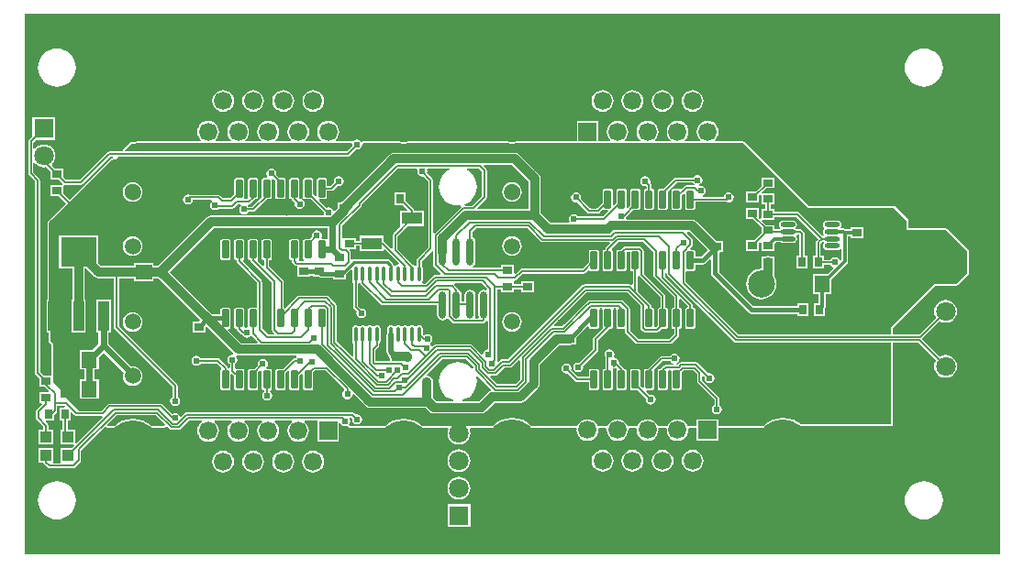
<source format=gtl>
G04 Layer_Physical_Order=1*
G04 Layer_Color=255*
%FSLAX25Y25*%
%MOIN*%
G70*
G01*
G75*
G04:AMPARAMS|DCode=10|XSize=25.59mil|YSize=64.96mil|CornerRadius=1.92mil|HoleSize=0mil|Usage=FLASHONLY|Rotation=0.000|XOffset=0mil|YOffset=0mil|HoleType=Round|Shape=RoundedRectangle|*
%AMROUNDEDRECTD10*
21,1,0.02559,0.06112,0,0,0.0*
21,1,0.02175,0.06496,0,0,0.0*
1,1,0.00384,0.01088,-0.03056*
1,1,0.00384,-0.01088,-0.03056*
1,1,0.00384,-0.01088,0.03056*
1,1,0.00384,0.01088,0.03056*
%
%ADD10ROUNDEDRECTD10*%
%ADD11R,0.03543X0.02756*%
%ADD12R,0.07480X0.04331*%
%ADD13R,0.02756X0.03543*%
%ADD14O,0.05512X0.01772*%
%ADD15R,0.05512X0.05906*%
%ADD16O,0.02756X0.09843*%
%ADD17O,0.01378X0.05906*%
%ADD18R,0.03937X0.03937*%
%ADD19R,0.12992X0.10630*%
%ADD20R,0.03937X0.10630*%
%ADD21R,0.05906X0.05512*%
%ADD22C,0.00600*%
%ADD23C,0.02400*%
%ADD24C,0.03200*%
%ADD25C,0.01600*%
%ADD26C,0.01000*%
%ADD27C,0.01200*%
%ADD28C,0.02000*%
%ADD29C,0.05906*%
%ADD30C,0.09843*%
%ADD31C,0.07874*%
%ADD32C,0.18740*%
%ADD33R,0.06654X0.06654*%
%ADD34C,0.06654*%
%ADD35R,0.07087X0.07087*%
%ADD36C,0.07087*%
%ADD37R,0.07087X0.07087*%
%ADD38C,0.02400*%
%ADD39C,0.04400*%
%ADD40C,0.03600*%
G36*
X354331Y0D02*
X0D01*
Y196850D01*
X354331D01*
Y0D01*
D02*
G37*
%LPC*%
G36*
X83110Y37740D02*
X82085Y37605D01*
X81130Y37210D01*
X80310Y36580D01*
X79680Y35760D01*
X79285Y34805D01*
X79150Y33779D01*
X79285Y32754D01*
X79680Y31799D01*
X80310Y30979D01*
X81130Y30349D01*
X82085Y29954D01*
X83110Y29819D01*
X84135Y29954D01*
X85091Y30349D01*
X85911Y30979D01*
X86540Y31799D01*
X86936Y32754D01*
X87071Y33779D01*
X86936Y34805D01*
X86540Y35760D01*
X85911Y36580D01*
X85091Y37210D01*
X84135Y37605D01*
X83110Y37740D01*
D02*
G37*
G36*
X94016D02*
X92991Y37605D01*
X92035Y37210D01*
X91215Y36580D01*
X90586Y35760D01*
X90190Y34805D01*
X90055Y33779D01*
X90190Y32754D01*
X90586Y31799D01*
X91215Y30979D01*
X92035Y30349D01*
X92991Y29954D01*
X94016Y29819D01*
X95041Y29954D01*
X95996Y30349D01*
X96816Y30979D01*
X97446Y31799D01*
X97841Y32754D01*
X97976Y33779D01*
X97841Y34805D01*
X97446Y35760D01*
X96816Y36580D01*
X95996Y37210D01*
X95041Y37605D01*
X94016Y37740D01*
D02*
G37*
G36*
X72205D02*
X71180Y37605D01*
X70224Y37210D01*
X69404Y36580D01*
X68775Y35760D01*
X68379Y34805D01*
X68244Y33779D01*
X68379Y32754D01*
X68775Y31799D01*
X69404Y30979D01*
X70224Y30349D01*
X71180Y29954D01*
X72205Y29819D01*
X73230Y29954D01*
X74185Y30349D01*
X75005Y30979D01*
X75635Y31799D01*
X76030Y32754D01*
X76165Y33779D01*
X76030Y34805D01*
X75635Y35760D01*
X75005Y36580D01*
X74185Y37210D01*
X73230Y37605D01*
X72205Y37740D01*
D02*
G37*
G36*
X157874Y28313D02*
X156792Y28170D01*
X155784Y27753D01*
X154919Y27089D01*
X154255Y26223D01*
X153837Y25216D01*
X153695Y24134D01*
X153837Y23052D01*
X154255Y22044D01*
X154919Y21179D01*
X155784Y20515D01*
X156792Y20097D01*
X157874Y19955D01*
X158956Y20097D01*
X159964Y20515D01*
X160829Y21179D01*
X161493Y22044D01*
X161911Y23052D01*
X162053Y24134D01*
X161911Y25216D01*
X161493Y26223D01*
X160829Y27089D01*
X159964Y27753D01*
X158956Y28170D01*
X157874Y28313D01*
D02*
G37*
G36*
X326772Y26618D02*
X325419Y26484D01*
X324119Y26090D01*
X322920Y25449D01*
X321870Y24587D01*
X321007Y23537D01*
X320367Y22338D01*
X319972Y21037D01*
X319839Y19685D01*
X319972Y18333D01*
X320367Y17032D01*
X321007Y15834D01*
X321870Y14783D01*
X322920Y13921D01*
X324119Y13280D01*
X325419Y12886D01*
X326772Y12753D01*
X328124Y12886D01*
X329425Y13280D01*
X330623Y13921D01*
X331674Y14783D01*
X332536Y15834D01*
X333176Y17032D01*
X333571Y18333D01*
X333704Y19685D01*
X333571Y21037D01*
X333176Y22338D01*
X332536Y23537D01*
X331674Y24587D01*
X330623Y25449D01*
X329425Y26090D01*
X328124Y26484D01*
X326772Y26618D01*
D02*
G37*
G36*
X104921Y37740D02*
X103896Y37605D01*
X102941Y37210D01*
X102121Y36580D01*
X101491Y35760D01*
X101096Y34805D01*
X100961Y33779D01*
X101096Y32754D01*
X101491Y31799D01*
X102121Y30979D01*
X102941Y30349D01*
X103896Y29954D01*
X104921Y29819D01*
X105946Y29954D01*
X106902Y30349D01*
X107722Y30979D01*
X108351Y31799D01*
X108747Y32754D01*
X108882Y33779D01*
X108747Y34805D01*
X108351Y35760D01*
X107722Y36580D01*
X106902Y37210D01*
X105946Y37605D01*
X104921Y37740D01*
D02*
G37*
G36*
X231831Y38055D02*
X230806Y37920D01*
X229850Y37525D01*
X229030Y36895D01*
X228401Y36075D01*
X228005Y35120D01*
X227870Y34095D01*
X228005Y33069D01*
X228401Y32114D01*
X229030Y31294D01*
X229850Y30665D01*
X230806Y30269D01*
X231831Y30134D01*
X232856Y30269D01*
X233811Y30665D01*
X234631Y31294D01*
X235261Y32114D01*
X235656Y33069D01*
X235791Y34095D01*
X235656Y35120D01*
X235261Y36075D01*
X234631Y36895D01*
X233811Y37525D01*
X232856Y37920D01*
X231831Y38055D01*
D02*
G37*
G36*
X242736D02*
X241711Y37920D01*
X240756Y37525D01*
X239936Y36895D01*
X239306Y36075D01*
X238911Y35120D01*
X238776Y34095D01*
X238911Y33069D01*
X239306Y32114D01*
X239936Y31294D01*
X240756Y30665D01*
X241711Y30269D01*
X242736Y30134D01*
X243761Y30269D01*
X244717Y30665D01*
X245537Y31294D01*
X246166Y32114D01*
X246562Y33069D01*
X246697Y34095D01*
X246562Y35120D01*
X246166Y36075D01*
X245537Y36895D01*
X244717Y37525D01*
X243761Y37920D01*
X242736Y38055D01*
D02*
G37*
G36*
X11230Y159143D02*
X2943D01*
Y152154D01*
X1713Y150925D01*
X1514Y150627D01*
X1445Y150276D01*
Y138583D01*
X1514Y138232D01*
X1713Y137934D01*
X3807Y135840D01*
Y66142D01*
X3877Y65791D01*
X4075Y65493D01*
X5502Y64066D01*
Y61014D01*
X7373D01*
X8861Y59526D01*
X8670Y59065D01*
X5502D01*
Y55109D01*
X6253D01*
X6460Y54609D01*
X4469Y52617D01*
X4270Y52320D01*
X4200Y51968D01*
Y49606D01*
X4270Y49255D01*
X4469Y48957D01*
X6956Y46470D01*
Y45285D01*
X5305D01*
Y40148D01*
X10442D01*
Y45285D01*
X8792D01*
Y46850D01*
X8722Y47201D01*
X8523Y47499D01*
X7675Y48347D01*
X7866Y48809D01*
X10836D01*
Y50877D01*
X11672Y51713D01*
X11871Y52011D01*
X11941Y52362D01*
Y54201D01*
X14591D01*
X14699Y54053D01*
X14445Y53553D01*
X12786D01*
Y48809D01*
X13846D01*
Y45285D01*
X13180D01*
Y40148D01*
X17868D01*
X18075Y39648D01*
X17019Y38592D01*
X13180D01*
Y33455D01*
X12785Y33201D01*
X10837D01*
X10442Y33455D01*
Y38592D01*
X5305D01*
Y33455D01*
X6958D01*
X7026Y33113D01*
X7225Y32816D01*
X8406Y31635D01*
X8704Y31436D01*
X9055Y31366D01*
X17717D01*
X18068Y31436D01*
X18365Y31635D01*
X20334Y33603D01*
X20533Y33901D01*
X20603Y34252D01*
Y37883D01*
X29199Y46480D01*
X29711Y46338D01*
X29830Y46289D01*
X29921Y46197D01*
X30051D01*
X30170Y46148D01*
X32704D01*
X32907Y46232D01*
X33116Y46295D01*
X34167Y47157D01*
X35786Y48023D01*
X37543Y48556D01*
X39370Y48736D01*
X41197Y48556D01*
X42954Y48023D01*
X44573Y47157D01*
X45624Y46295D01*
X45833Y46232D01*
X46036Y46148D01*
X50915D01*
X51035Y46197D01*
X51164D01*
X51255Y46289D01*
X51375Y46338D01*
X51710Y46431D01*
X51957Y46409D01*
X52709Y45657D01*
X53006Y45458D01*
X53357Y45389D01*
X56091D01*
X56442Y45458D01*
X56740Y45657D01*
X59771Y48689D01*
X64339D01*
X64508Y48189D01*
X63951Y47761D01*
X63322Y46941D01*
X62926Y45986D01*
X62791Y44961D01*
X62926Y43936D01*
X63322Y42980D01*
X63951Y42160D01*
X64772Y41531D01*
X65727Y41135D01*
X66752Y41000D01*
X67777Y41135D01*
X68732Y41531D01*
X69553Y42160D01*
X70182Y42980D01*
X70578Y43936D01*
X70713Y44961D01*
X70578Y45986D01*
X70182Y46941D01*
X69553Y47761D01*
X68996Y48189D01*
X69165Y48689D01*
X75244D01*
X75414Y48189D01*
X74857Y47761D01*
X74227Y46941D01*
X73832Y45986D01*
X73697Y44961D01*
X73832Y43936D01*
X74227Y42980D01*
X74857Y42160D01*
X75677Y41531D01*
X76632Y41135D01*
X77658Y41000D01*
X78683Y41135D01*
X79638Y41531D01*
X80458Y42160D01*
X81087Y42980D01*
X81483Y43936D01*
X81618Y44961D01*
X81483Y45986D01*
X81087Y46941D01*
X80458Y47761D01*
X79901Y48189D01*
X80071Y48689D01*
X86150D01*
X86319Y48189D01*
X85762Y47761D01*
X85133Y46941D01*
X84737Y45986D01*
X84602Y44961D01*
X84737Y43936D01*
X85133Y42980D01*
X85762Y42160D01*
X86583Y41531D01*
X87538Y41135D01*
X88563Y41000D01*
X89588Y41135D01*
X90543Y41531D01*
X91364Y42160D01*
X91993Y42980D01*
X92389Y43936D01*
X92524Y44961D01*
X92389Y45986D01*
X91993Y46941D01*
X91364Y47761D01*
X90807Y48189D01*
X90976Y48689D01*
X97055D01*
X97225Y48189D01*
X96668Y47761D01*
X96039Y46941D01*
X95643Y45986D01*
X95508Y44961D01*
X95643Y43936D01*
X96039Y42980D01*
X96668Y42160D01*
X97488Y41531D01*
X98443Y41135D01*
X99468Y41000D01*
X100494Y41135D01*
X101449Y41531D01*
X102269Y42160D01*
X102899Y42980D01*
X103294Y43936D01*
X103429Y44961D01*
X103294Y45986D01*
X102899Y46941D01*
X102269Y47761D01*
X101712Y48189D01*
X101882Y48689D01*
X106447D01*
Y41034D01*
X114301D01*
Y47870D01*
X114801Y47919D01*
X114840Y47723D01*
X115238Y47128D01*
X115833Y46730D01*
X116535Y46590D01*
X117238Y46730D01*
X117527Y46646D01*
X117578Y46532D01*
X117648Y46466D01*
X117677Y46422D01*
X117711Y46338D01*
X117839Y46285D01*
X117939Y46191D01*
X118059Y46194D01*
X118171Y46148D01*
X131090D01*
X131292Y46232D01*
X131502Y46295D01*
X132553Y47157D01*
X134172Y48023D01*
X135929Y48556D01*
X137756Y48736D01*
X139583Y48556D01*
X141340Y48023D01*
X142959Y47157D01*
X144010Y46295D01*
X144219Y46232D01*
X144422Y46148D01*
X153774D01*
X154051Y45732D01*
X153837Y45215D01*
X153695Y44134D01*
X153837Y43052D01*
X154255Y42044D01*
X154919Y41179D01*
X155784Y40515D01*
X156792Y40097D01*
X157874Y39955D01*
X158956Y40097D01*
X159964Y40515D01*
X160829Y41179D01*
X161493Y42044D01*
X161911Y43052D01*
X162053Y44134D01*
X161911Y45215D01*
X161697Y45732D01*
X161974Y46148D01*
X170135D01*
X170338Y46232D01*
X170547Y46295D01*
X171982Y47472D01*
X173601Y48338D01*
X175358Y48871D01*
X177185Y49051D01*
X179012Y48871D01*
X180769Y48338D01*
X182388Y47472D01*
X183823Y46295D01*
X184032Y46232D01*
X184234Y46148D01*
X200342D01*
X200672Y45772D01*
X200606Y45276D01*
X200741Y44251D01*
X201137Y43295D01*
X201766Y42475D01*
X202587Y41846D01*
X203542Y41450D01*
X204567Y41315D01*
X205592Y41450D01*
X206547Y41846D01*
X207367Y42475D01*
X207997Y43295D01*
X208393Y44251D01*
X208528Y45276D01*
X208462Y45772D01*
X208792Y46148D01*
X211247D01*
X211577Y45772D01*
X211512Y45276D01*
X211647Y44251D01*
X212042Y43295D01*
X212672Y42475D01*
X213492Y41846D01*
X214447Y41450D01*
X215472Y41315D01*
X216497Y41450D01*
X217453Y41846D01*
X218273Y42475D01*
X218902Y43295D01*
X219298Y44251D01*
X219433Y45276D01*
X219368Y45772D01*
X219697Y46148D01*
X222153D01*
X222483Y45772D01*
X222417Y45276D01*
X222552Y44251D01*
X222948Y43295D01*
X223577Y42475D01*
X224398Y41846D01*
X225353Y41450D01*
X226378Y41315D01*
X227403Y41450D01*
X228358Y41846D01*
X229179Y42475D01*
X229808Y43295D01*
X230204Y44251D01*
X230339Y45276D01*
X230273Y45772D01*
X230603Y46148D01*
X233059D01*
X233388Y45772D01*
X233323Y45276D01*
X233458Y44251D01*
X233853Y43295D01*
X234483Y42475D01*
X235303Y41846D01*
X236258Y41450D01*
X237283Y41315D01*
X238309Y41450D01*
X239264Y41846D01*
X240084Y42475D01*
X240714Y43295D01*
X241109Y44251D01*
X241244Y45276D01*
X241179Y45772D01*
X241508Y46148D01*
X244262D01*
Y41349D01*
X252116D01*
Y46148D01*
X268521D01*
X268724Y46232D01*
X268933Y46295D01*
X270368Y47472D01*
X271987Y48338D01*
X273744Y48871D01*
X275571Y49051D01*
X277398Y48871D01*
X279155Y48338D01*
X280774Y47472D01*
X281664Y46742D01*
X281874Y46679D01*
X282076Y46595D01*
X314961D01*
X315420Y46785D01*
X315610Y47244D01*
Y77035D01*
X324738D01*
X331127Y70646D01*
X331027Y70515D01*
X330609Y69507D01*
X330467Y68425D01*
X330609Y67344D01*
X331027Y66336D01*
X331691Y65470D01*
X332556Y64806D01*
X333564Y64389D01*
X334646Y64246D01*
X335727Y64389D01*
X336735Y64806D01*
X337601Y65470D01*
X338265Y66336D01*
X338682Y67344D01*
X338825Y68425D01*
X338682Y69507D01*
X338265Y70515D01*
X337601Y71380D01*
X336735Y72044D01*
X335727Y72462D01*
X334646Y72604D01*
X333564Y72462D01*
X332556Y72044D01*
X332425Y71944D01*
X326264Y78104D01*
X326297Y78779D01*
X332425Y84907D01*
X332556Y84806D01*
X333564Y84389D01*
X334646Y84246D01*
X335727Y84389D01*
X336735Y84806D01*
X337601Y85470D01*
X338265Y86336D01*
X338682Y87344D01*
X338825Y88425D01*
X338682Y89507D01*
X338265Y90515D01*
X337601Y91380D01*
X336735Y92044D01*
X335727Y92462D01*
X334646Y92604D01*
X333564Y92462D01*
X332556Y92044D01*
X331691Y91380D01*
X331027Y90515D01*
X330609Y89507D01*
X330467Y88425D01*
X330609Y87344D01*
X331027Y86336D01*
X331127Y86204D01*
X324993Y80070D01*
X315610D01*
Y82408D01*
X330978Y97776D01*
X338583Y97776D01*
X339042Y97966D01*
X342979Y101903D01*
X343169Y102362D01*
Y110236D01*
X342979Y110696D01*
X335105Y118570D01*
X334646Y118760D01*
X321255D01*
Y121404D01*
X321065Y121863D01*
X316340Y126587D01*
X315881Y126778D01*
X285048D01*
X262403Y149422D01*
X261616Y150209D01*
X261157Y150400D01*
X250953D01*
X250783Y150900D01*
X250990Y151058D01*
X251619Y151878D01*
X252015Y152833D01*
X252150Y153858D01*
X252015Y154883D01*
X251619Y155839D01*
X250990Y156659D01*
X250169Y157288D01*
X249214Y157684D01*
X248189Y157819D01*
X247164Y157684D01*
X246209Y157288D01*
X245388Y156659D01*
X244759Y155839D01*
X244363Y154883D01*
X244228Y153858D01*
X244363Y152833D01*
X244759Y151878D01*
X245388Y151058D01*
X245594Y150900D01*
X245425Y150400D01*
X240048D01*
X239878Y150900D01*
X240084Y151058D01*
X240714Y151878D01*
X241109Y152833D01*
X241244Y153858D01*
X241109Y154883D01*
X240714Y155839D01*
X240084Y156659D01*
X239264Y157288D01*
X238309Y157684D01*
X237283Y157819D01*
X236258Y157684D01*
X235303Y157288D01*
X234483Y156659D01*
X233853Y155839D01*
X233458Y154883D01*
X233323Y153858D01*
X233458Y152833D01*
X233853Y151878D01*
X234483Y151058D01*
X234689Y150900D01*
X234519Y150400D01*
X229142D01*
X228973Y150900D01*
X229179Y151058D01*
X229808Y151878D01*
X230204Y152833D01*
X230339Y153858D01*
X230204Y154883D01*
X229808Y155839D01*
X229179Y156659D01*
X228358Y157288D01*
X227403Y157684D01*
X226378Y157819D01*
X225353Y157684D01*
X224398Y157288D01*
X223577Y156659D01*
X222948Y155839D01*
X222552Y154883D01*
X222417Y153858D01*
X222552Y152833D01*
X222948Y151878D01*
X223577Y151058D01*
X223783Y150900D01*
X223614Y150400D01*
X218237D01*
X218067Y150900D01*
X218273Y151058D01*
X218902Y151878D01*
X219298Y152833D01*
X219433Y153858D01*
X219298Y154883D01*
X218902Y155839D01*
X218273Y156659D01*
X217453Y157288D01*
X216497Y157684D01*
X215472Y157819D01*
X214447Y157684D01*
X213492Y157288D01*
X212672Y156659D01*
X212042Y155839D01*
X211647Y154883D01*
X211512Y153858D01*
X211647Y152833D01*
X212042Y151878D01*
X212672Y151058D01*
X212878Y150900D01*
X212708Y150400D01*
X208494D01*
Y157785D01*
X200640D01*
Y150400D01*
X179559D01*
X179468Y150362D01*
X179370Y150372D01*
X179012Y150263D01*
X177185Y150083D01*
X175358Y150263D01*
X175000Y150372D01*
X174902Y150362D01*
X174811Y150400D01*
X140149D01*
X140058Y150362D01*
X139961Y150372D01*
X139603Y150263D01*
X137776Y150083D01*
X135948Y150263D01*
X135591Y150372D01*
X135493Y150362D01*
X135402Y150400D01*
X123016D01*
X122984Y150387D01*
X122952Y150396D01*
X122759Y150293D01*
X122556Y150209D01*
X122198Y150477D01*
X121602Y150874D01*
X120900Y151014D01*
X120198Y150874D01*
X119602Y150477D01*
X119244Y150209D01*
X119041Y150293D01*
X118848Y150396D01*
X118816Y150387D01*
X118784Y150400D01*
X113158D01*
X112988Y150900D01*
X113194Y151058D01*
X113824Y151878D01*
X114219Y152833D01*
X114354Y153858D01*
X114219Y154883D01*
X113824Y155839D01*
X113194Y156659D01*
X112374Y157288D01*
X111419Y157684D01*
X110394Y157819D01*
X109369Y157684D01*
X108413Y157288D01*
X107593Y156659D01*
X106964Y155839D01*
X106568Y154883D01*
X106433Y153858D01*
X106568Y152833D01*
X106964Y151878D01*
X107593Y151058D01*
X107799Y150900D01*
X107629Y150400D01*
X102252D01*
X102083Y150900D01*
X102289Y151058D01*
X102918Y151878D01*
X103314Y152833D01*
X103449Y153858D01*
X103314Y154883D01*
X102918Y155839D01*
X102289Y156659D01*
X101469Y157288D01*
X100513Y157684D01*
X99488Y157819D01*
X98463Y157684D01*
X97508Y157288D01*
X96688Y156659D01*
X96058Y155839D01*
X95662Y154883D01*
X95527Y153858D01*
X95662Y152833D01*
X96058Y151878D01*
X96688Y151058D01*
X96894Y150900D01*
X96724Y150400D01*
X91347D01*
X91177Y150900D01*
X91383Y151058D01*
X92013Y151878D01*
X92408Y152833D01*
X92543Y153858D01*
X92408Y154883D01*
X92013Y155839D01*
X91383Y156659D01*
X90563Y157288D01*
X89608Y157684D01*
X88583Y157819D01*
X87558Y157684D01*
X86602Y157288D01*
X85782Y156659D01*
X85153Y155839D01*
X84757Y154883D01*
X84622Y153858D01*
X84757Y152833D01*
X85153Y151878D01*
X85782Y151058D01*
X85988Y150900D01*
X85818Y150400D01*
X80441D01*
X80272Y150900D01*
X80478Y151058D01*
X81107Y151878D01*
X81503Y152833D01*
X81638Y153858D01*
X81503Y154883D01*
X81107Y155839D01*
X80478Y156659D01*
X79658Y157288D01*
X78702Y157684D01*
X77677Y157819D01*
X76652Y157684D01*
X75697Y157288D01*
X74877Y156659D01*
X74247Y155839D01*
X73852Y154883D01*
X73716Y153858D01*
X73852Y152833D01*
X74247Y151878D01*
X74877Y151058D01*
X75083Y150900D01*
X74913Y150400D01*
X69536D01*
X69366Y150900D01*
X69572Y151058D01*
X70202Y151878D01*
X70597Y152833D01*
X70732Y153858D01*
X70597Y154883D01*
X70202Y155839D01*
X69572Y156659D01*
X68752Y157288D01*
X67797Y157684D01*
X66772Y157819D01*
X65747Y157684D01*
X64791Y157288D01*
X63971Y156659D01*
X63342Y155839D01*
X62946Y154883D01*
X62811Y153858D01*
X62946Y152833D01*
X63342Y151878D01*
X63971Y151058D01*
X64177Y150900D01*
X64007Y150400D01*
X41763D01*
X41673Y150362D01*
X41575Y150372D01*
X41217Y150263D01*
X39390Y150083D01*
X38907Y150131D01*
X38875Y150121D01*
X38844Y150134D01*
X38641Y150050D01*
X38432Y149986D01*
X38416Y149957D01*
X38385Y149943D01*
X35949Y147508D01*
X35900Y147389D01*
X35808Y147297D01*
Y147168D01*
X35759Y147049D01*
X35498Y146587D01*
X30709D01*
X30358Y146517D01*
X30060Y146318D01*
X20092Y136351D01*
X15144D01*
X14183Y137312D01*
Y140364D01*
X11131D01*
X9975Y141520D01*
X10007Y142019D01*
X10042Y142045D01*
X10706Y142911D01*
X11123Y143918D01*
X11266Y145000D01*
X11123Y146082D01*
X10706Y147090D01*
X10042Y147955D01*
X9176Y148619D01*
X8168Y149037D01*
X7087Y149179D01*
X6005Y149037D01*
X4997Y148619D01*
X4132Y147955D01*
X3780Y147497D01*
X3280Y147666D01*
Y149896D01*
X4241Y150857D01*
X11230D01*
Y159143D01*
D02*
G37*
G36*
X157874Y38313D02*
X156792Y38170D01*
X155784Y37753D01*
X154919Y37089D01*
X154255Y36223D01*
X153837Y35215D01*
X153695Y34134D01*
X153837Y33052D01*
X154255Y32044D01*
X154919Y31179D01*
X155784Y30515D01*
X156792Y30097D01*
X157874Y29955D01*
X158956Y30097D01*
X159964Y30515D01*
X160829Y31179D01*
X161493Y32044D01*
X161911Y33052D01*
X162053Y34134D01*
X161911Y35215D01*
X161493Y36223D01*
X160829Y37089D01*
X159964Y37753D01*
X158956Y38170D01*
X157874Y38313D01*
D02*
G37*
G36*
X210020Y38055D02*
X208995Y37920D01*
X208039Y37525D01*
X207219Y36895D01*
X206590Y36075D01*
X206194Y35120D01*
X206059Y34095D01*
X206194Y33069D01*
X206590Y32114D01*
X207219Y31294D01*
X208039Y30665D01*
X208995Y30269D01*
X210020Y30134D01*
X211045Y30269D01*
X212000Y30665D01*
X212820Y31294D01*
X213450Y32114D01*
X213845Y33069D01*
X213980Y34095D01*
X213845Y35120D01*
X213450Y36075D01*
X212820Y36895D01*
X212000Y37525D01*
X211045Y37920D01*
X210020Y38055D01*
D02*
G37*
G36*
X220925D02*
X219900Y37920D01*
X218945Y37525D01*
X218125Y36895D01*
X217495Y36075D01*
X217099Y35120D01*
X216965Y34095D01*
X217099Y33069D01*
X217495Y32114D01*
X218125Y31294D01*
X218945Y30665D01*
X219900Y30269D01*
X220925Y30134D01*
X221950Y30269D01*
X222905Y30665D01*
X223726Y31294D01*
X224355Y32114D01*
X224751Y33069D01*
X224886Y34095D01*
X224751Y35120D01*
X224355Y36075D01*
X223726Y36895D01*
X222905Y37525D01*
X221950Y37920D01*
X220925Y38055D01*
D02*
G37*
G36*
X231831Y169000D02*
X230806Y168865D01*
X229850Y168469D01*
X229030Y167840D01*
X228401Y167020D01*
X228005Y166065D01*
X227870Y165039D01*
X228005Y164014D01*
X228401Y163059D01*
X229030Y162239D01*
X229850Y161609D01*
X230806Y161214D01*
X231831Y161079D01*
X232856Y161214D01*
X233811Y161609D01*
X234631Y162239D01*
X235261Y163059D01*
X235656Y164014D01*
X235791Y165039D01*
X235656Y166065D01*
X235261Y167020D01*
X234631Y167840D01*
X233811Y168469D01*
X232856Y168865D01*
X231831Y169000D01*
D02*
G37*
G36*
X220925D02*
X219900Y168865D01*
X218945Y168469D01*
X218125Y167840D01*
X217495Y167020D01*
X217099Y166065D01*
X216965Y165039D01*
X217099Y164014D01*
X217495Y163059D01*
X218125Y162239D01*
X218945Y161609D01*
X219900Y161214D01*
X220925Y161079D01*
X221950Y161214D01*
X222905Y161609D01*
X223726Y162239D01*
X224355Y163059D01*
X224751Y164014D01*
X224886Y165039D01*
X224751Y166065D01*
X224355Y167020D01*
X223726Y167840D01*
X222905Y168469D01*
X221950Y168865D01*
X220925Y169000D01*
D02*
G37*
G36*
X210020D02*
X208995Y168865D01*
X208039Y168469D01*
X207219Y167840D01*
X206590Y167020D01*
X206194Y166065D01*
X206059Y165039D01*
X206194Y164014D01*
X206590Y163059D01*
X207219Y162239D01*
X208039Y161609D01*
X208995Y161214D01*
X210020Y161079D01*
X211045Y161214D01*
X212000Y161609D01*
X212820Y162239D01*
X213450Y163059D01*
X213845Y164014D01*
X213980Y165039D01*
X213845Y166065D01*
X213450Y167020D01*
X212820Y167840D01*
X212000Y168469D01*
X211045Y168865D01*
X210020Y169000D01*
D02*
G37*
G36*
X326772Y184098D02*
X325419Y183965D01*
X324119Y183570D01*
X322920Y182930D01*
X321870Y182067D01*
X321007Y181017D01*
X320367Y179818D01*
X319972Y178518D01*
X319839Y177165D01*
X319972Y175813D01*
X320367Y174512D01*
X321007Y173314D01*
X321870Y172263D01*
X322920Y171401D01*
X324119Y170761D01*
X325419Y170366D01*
X326772Y170233D01*
X328124Y170366D01*
X329425Y170761D01*
X330623Y171401D01*
X331674Y172263D01*
X332536Y173314D01*
X333176Y174512D01*
X333571Y175813D01*
X333704Y177165D01*
X333571Y178518D01*
X333176Y179818D01*
X332536Y181017D01*
X331674Y182067D01*
X330623Y182930D01*
X329425Y183570D01*
X328124Y183965D01*
X326772Y184098D01*
D02*
G37*
G36*
X11811D02*
X10458Y183965D01*
X9158Y183570D01*
X7959Y182930D01*
X6909Y182067D01*
X6047Y181017D01*
X5406Y179818D01*
X5012Y178518D01*
X4878Y177165D01*
X5012Y175813D01*
X5406Y174512D01*
X6047Y173314D01*
X6909Y172263D01*
X7959Y171401D01*
X9158Y170761D01*
X10458Y170366D01*
X11811Y170233D01*
X13163Y170366D01*
X14464Y170761D01*
X15663Y171401D01*
X16713Y172263D01*
X17575Y173314D01*
X18216Y174512D01*
X18610Y175813D01*
X18744Y177165D01*
X18610Y178518D01*
X18216Y179818D01*
X17575Y181017D01*
X16713Y182067D01*
X15663Y182930D01*
X14464Y183570D01*
X13163Y183965D01*
X11811Y184098D01*
D02*
G37*
G36*
X242736Y169000D02*
X241711Y168865D01*
X240756Y168469D01*
X239936Y167840D01*
X239306Y167020D01*
X238911Y166065D01*
X238776Y165039D01*
X238911Y164014D01*
X239306Y163059D01*
X239936Y162239D01*
X240756Y161609D01*
X241711Y161214D01*
X242736Y161079D01*
X243761Y161214D01*
X244717Y161609D01*
X245537Y162239D01*
X246166Y163059D01*
X246562Y164014D01*
X246697Y165039D01*
X246562Y166065D01*
X246166Y167020D01*
X245537Y167840D01*
X244717Y168469D01*
X243761Y168865D01*
X242736Y169000D01*
D02*
G37*
G36*
X72224D02*
X71199Y168865D01*
X70244Y168469D01*
X69424Y167840D01*
X68794Y167020D01*
X68399Y166065D01*
X68264Y165039D01*
X68399Y164014D01*
X68794Y163059D01*
X69424Y162239D01*
X70244Y161609D01*
X71199Y161214D01*
X72224Y161079D01*
X73250Y161214D01*
X74205Y161609D01*
X75025Y162239D01*
X75654Y163059D01*
X76050Y164014D01*
X76185Y165039D01*
X76050Y166065D01*
X75654Y167020D01*
X75025Y167840D01*
X74205Y168469D01*
X73250Y168865D01*
X72224Y169000D01*
D02*
G37*
G36*
X162017Y18277D02*
X153731D01*
Y9991D01*
X162017D01*
Y18277D01*
D02*
G37*
G36*
X11811Y26618D02*
X10458Y26484D01*
X9158Y26090D01*
X7959Y25449D01*
X6909Y24587D01*
X6047Y23537D01*
X5406Y22338D01*
X5012Y21037D01*
X4878Y19685D01*
X5012Y18333D01*
X5406Y17032D01*
X6047Y15834D01*
X6909Y14783D01*
X7959Y13921D01*
X9158Y13280D01*
X10458Y12886D01*
X11811Y12753D01*
X13163Y12886D01*
X14464Y13280D01*
X15663Y13921D01*
X16713Y14783D01*
X17575Y15834D01*
X18216Y17032D01*
X18610Y18333D01*
X18744Y19685D01*
X18610Y21037D01*
X18216Y22338D01*
X17575Y23537D01*
X16713Y24587D01*
X15663Y25449D01*
X14464Y26090D01*
X13163Y26484D01*
X11811Y26618D01*
D02*
G37*
G36*
X104941Y169000D02*
X103916Y168865D01*
X102961Y168469D01*
X102140Y167840D01*
X101511Y167020D01*
X101115Y166065D01*
X100980Y165039D01*
X101115Y164014D01*
X101511Y163059D01*
X102140Y162239D01*
X102961Y161609D01*
X103916Y161214D01*
X104941Y161079D01*
X105966Y161214D01*
X106921Y161609D01*
X107741Y162239D01*
X108371Y163059D01*
X108767Y164014D01*
X108902Y165039D01*
X108767Y166065D01*
X108371Y167020D01*
X107741Y167840D01*
X106921Y168469D01*
X105966Y168865D01*
X104941Y169000D01*
D02*
G37*
G36*
X94035D02*
X93010Y168865D01*
X92055Y168469D01*
X91235Y167840D01*
X90605Y167020D01*
X90210Y166065D01*
X90075Y165039D01*
X90210Y164014D01*
X90605Y163059D01*
X91235Y162239D01*
X92055Y161609D01*
X93010Y161214D01*
X94035Y161079D01*
X95060Y161214D01*
X96016Y161609D01*
X96836Y162239D01*
X97465Y163059D01*
X97861Y164014D01*
X97996Y165039D01*
X97861Y166065D01*
X97465Y167020D01*
X96836Y167840D01*
X96016Y168469D01*
X95060Y168865D01*
X94035Y169000D01*
D02*
G37*
G36*
X83130D02*
X82105Y168865D01*
X81150Y168469D01*
X80329Y167840D01*
X79700Y167020D01*
X79304Y166065D01*
X79169Y165039D01*
X79304Y164014D01*
X79700Y163059D01*
X80329Y162239D01*
X81150Y161609D01*
X82105Y161214D01*
X83130Y161079D01*
X84155Y161214D01*
X85110Y161609D01*
X85931Y162239D01*
X86560Y163059D01*
X86956Y164014D01*
X87091Y165039D01*
X86956Y166065D01*
X86560Y167020D01*
X85931Y167840D01*
X85110Y168469D01*
X84155Y168865D01*
X83130Y169000D01*
D02*
G37*
%LPD*%
G36*
X187540Y113918D02*
X187838Y113719D01*
X188189Y113649D01*
X212571D01*
X212762Y113187D01*
X211261Y111686D01*
X211062Y111388D01*
X210992Y111037D01*
Y110852D01*
X210822D01*
X210513Y110790D01*
X210251Y110615D01*
X210076Y110353D01*
X210014Y110044D01*
Y103932D01*
X210076Y103623D01*
X210251Y103361D01*
X210513Y103186D01*
X210822Y103125D01*
X212997D01*
X213306Y103186D01*
X213568Y103361D01*
X213743Y103623D01*
X213805Y103932D01*
Y110044D01*
X213743Y110353D01*
X213568Y110615D01*
X213523Y110645D01*
X213411Y111240D01*
X215945Y113775D01*
X224844D01*
X228610Y110009D01*
Y101346D01*
X228680Y100994D01*
X228879Y100697D01*
X235992Y93584D01*
Y89789D01*
X235822D01*
X235513Y89727D01*
X235251Y89552D01*
X235076Y89290D01*
X235014Y88981D01*
Y82869D01*
X235076Y82560D01*
X235251Y82298D01*
X235513Y82123D01*
X235822Y82062D01*
X235992D01*
Y80203D01*
X234245Y78456D01*
X223021D01*
X220007Y81471D01*
Y89434D01*
X219937Y89785D01*
X219738Y90082D01*
X217420Y92400D01*
X217123Y92599D01*
X216771Y92669D01*
X205350D01*
X204999Y92599D01*
X204702Y92400D01*
X202881Y90579D01*
X202880Y90578D01*
X195371Y83069D01*
X192650D01*
X192459Y83531D01*
X204204Y95277D01*
X219051D01*
X223812Y90516D01*
Y82417D01*
X223882Y82066D01*
X224081Y81768D01*
X224721Y81128D01*
X225018Y80929D01*
X225370Y80860D01*
X229809D01*
X230160Y80929D01*
X230457Y81128D01*
X231391Y82062D01*
X232997D01*
X233306Y82123D01*
X233568Y82298D01*
X233743Y82560D01*
X233804Y82869D01*
Y88981D01*
X233743Y89290D01*
X233568Y89552D01*
X233306Y89727D01*
X232997Y89789D01*
X232827D01*
Y94033D01*
X232757Y94384D01*
X232558Y94682D01*
X225007Y102233D01*
Y110497D01*
X224937Y110848D01*
X224738Y111145D01*
X224098Y111785D01*
X223800Y111984D01*
X223449Y112054D01*
X218282D01*
X217930Y111984D01*
X217633Y111785D01*
X216699Y110852D01*
X215822D01*
X215513Y110790D01*
X215251Y110615D01*
X215076Y110353D01*
X215014Y110044D01*
Y103932D01*
X215076Y103623D01*
X215251Y103361D01*
X215513Y103186D01*
X215822Y103125D01*
X217997D01*
X218306Y103186D01*
X218568Y103361D01*
X218743Y103623D01*
X218805Y103932D01*
Y110044D01*
X218948Y110219D01*
X219871D01*
X220014Y110044D01*
Y103932D01*
X220076Y103623D01*
X220251Y103361D01*
X220513Y103186D01*
X220822Y103125D01*
X220992D01*
Y98254D01*
X220492Y98100D01*
X220280Y98242D01*
X219928Y98312D01*
X203327D01*
X202976Y98242D01*
X202678Y98043D01*
X175631Y70996D01*
X173441D01*
X173090Y70926D01*
X172792Y70728D01*
X172190Y70125D01*
X172188Y70125D01*
X171642Y70285D01*
X171617Y70402D01*
X171714Y70547D01*
X171784Y70898D01*
Y96523D01*
X173219D01*
Y95463D01*
X177962D01*
Y96523D01*
X180306D01*
Y95463D01*
X185049D01*
Y99419D01*
X180306D01*
Y98359D01*
X177962D01*
Y99419D01*
X178338Y99718D01*
X178510Y99752D01*
X178808Y99951D01*
X181089Y102232D01*
X203071D01*
X203422Y102302D01*
X203720Y102501D01*
X204644Y103425D01*
X205251Y103361D01*
X205513Y103186D01*
X205822Y103125D01*
X207997D01*
X208306Y103186D01*
X208568Y103361D01*
X208743Y103623D01*
X208804Y103932D01*
Y110044D01*
X208743Y110353D01*
X208568Y110615D01*
X208306Y110790D01*
X207997Y110852D01*
X205822D01*
X205513Y110790D01*
X205251Y110615D01*
X205076Y110353D01*
X205014Y110044D01*
Y106391D01*
X202691Y104067D01*
X180709D01*
X180358Y103997D01*
X180060Y103798D01*
X178424Y102163D01*
X177962Y102354D01*
Y105324D01*
X173219D01*
Y104264D01*
X163069D01*
X162917Y104764D01*
X163375Y105070D01*
X163812Y105724D01*
X163965Y106496D01*
Y113583D01*
X163812Y114354D01*
X163375Y115009D01*
X162866Y115348D01*
Y117474D01*
X164141Y118748D01*
X182710D01*
X187540Y113918D01*
D02*
G37*
G36*
X163067Y68312D02*
Y67802D01*
X162596Y67634D01*
X162382Y67894D01*
X161332Y68756D01*
X160133Y69397D01*
X158833Y69792D01*
X157480Y69925D01*
X156128Y69792D01*
X154827Y69397D01*
X153629Y68756D01*
X152578Y67894D01*
X151716Y66844D01*
X151075Y65645D01*
X150681Y64345D01*
X150548Y62992D01*
X150681Y61640D01*
X151075Y60339D01*
X151716Y59141D01*
X152578Y58090D01*
X153629Y57228D01*
X154827Y56587D01*
X155819Y56286D01*
X155745Y55786D01*
X149748D01*
X148436Y57098D01*
X148306Y57185D01*
Y61636D01*
X148324Y61662D01*
X148510Y62598D01*
X148324Y63535D01*
X147793Y64329D01*
X146999Y64859D01*
X146444Y64970D01*
X146280Y65512D01*
X151840Y71073D01*
X160307D01*
X163067Y68312D01*
D02*
G37*
G36*
X168153Y96691D02*
X168128Y96484D01*
X168004Y96384D01*
X167588Y96181D01*
X166949Y96308D01*
X166177Y96154D01*
X165523Y95717D01*
X165086Y95063D01*
X164932Y94291D01*
Y87205D01*
X165086Y86433D01*
X165184Y86285D01*
X164948Y85844D01*
X163949D01*
X163713Y86285D01*
X163812Y86433D01*
X163965Y87205D01*
Y94291D01*
X163812Y95063D01*
X163375Y95717D01*
X162721Y96154D01*
X161949Y96308D01*
X161177Y96154D01*
X160523Y95717D01*
X160086Y95063D01*
X159932Y94291D01*
Y92103D01*
X158966D01*
Y94291D01*
X158812Y95063D01*
X158375Y95717D01*
X157867Y96057D01*
Y96201D01*
X157797Y96552D01*
X157598Y96850D01*
X156259Y98189D01*
X156466Y98689D01*
X166155D01*
X168153Y96691D01*
D02*
G37*
G36*
X223440Y101205D02*
X230992Y93653D01*
Y89789D01*
X230822D01*
X230513Y89727D01*
X230251Y89552D01*
X230076Y89290D01*
X230014Y88981D01*
Y83281D01*
X229430Y82696D01*
X228935Y82710D01*
X228804Y82869D01*
Y88981D01*
X228743Y89290D01*
X228568Y89552D01*
X228306Y89727D01*
X227997Y89789D01*
X227827D01*
Y90413D01*
X227757Y90764D01*
X227558Y91062D01*
X222827Y95793D01*
Y101222D01*
X223327Y101374D01*
X223440Y101205D01*
D02*
G37*
G36*
X51107Y47259D02*
X50915Y46797D01*
X46036D01*
X44936Y47700D01*
X43204Y48626D01*
X41325Y49196D01*
X39370Y49388D01*
X37416Y49196D01*
X35536Y48626D01*
X33804Y47700D01*
X32704Y46797D01*
X30170D01*
X29979Y47259D01*
X33376Y50657D01*
X47709D01*
X51107Y47259D01*
D02*
G37*
G36*
X18275Y50795D02*
X18573Y50595D01*
X18924Y50526D01*
X28245D01*
X28469Y50042D01*
X18816Y40390D01*
X18316Y40597D01*
Y45285D01*
X15681D01*
Y48809D01*
X16742D01*
Y51674D01*
X17204Y51866D01*
X18275Y50795D01*
D02*
G37*
G36*
X169568Y60050D02*
X169422Y59571D01*
X169089Y59505D01*
X168361Y59018D01*
X165129Y55786D01*
X159216D01*
X159142Y56286D01*
X160133Y56587D01*
X161332Y57228D01*
X162382Y58090D01*
X163245Y59141D01*
X163885Y60339D01*
X164280Y61640D01*
X164413Y62992D01*
X164280Y64345D01*
X164155Y64755D01*
X164597Y65020D01*
X169568Y60050D01*
D02*
G37*
G36*
X4132Y142045D02*
X4997Y141381D01*
X6005Y140963D01*
X7087Y140821D01*
X7963Y140936D01*
X9439Y139460D01*
Y136408D01*
X12491D01*
X13941Y134958D01*
X13734Y134458D01*
X9439D01*
Y130502D01*
X12491D01*
X15186Y127807D01*
X9044Y121665D01*
X8558Y120937D01*
X8387Y120079D01*
Y92726D01*
X8061D01*
Y80896D01*
X8795D01*
Y77953D01*
X8934Y77250D01*
X9332Y76655D01*
X9720Y76267D01*
Y64970D01*
X7194D01*
X5642Y66522D01*
Y136221D01*
X5572Y136572D01*
X5373Y136869D01*
X3280Y138963D01*
Y142334D01*
X3780Y142503D01*
X4132Y142045D01*
D02*
G37*
G36*
X180101Y70520D02*
Y63745D01*
X178381Y62025D01*
X171884D01*
X169298Y64612D01*
X169489Y65074D01*
X171052D01*
X171403Y65143D01*
X171701Y65342D01*
X174319Y67961D01*
X176508D01*
X176859Y68031D01*
X177157Y68230D01*
X179639Y70711D01*
X180101Y70520D01*
D02*
G37*
G36*
X166143Y139466D02*
Y130433D01*
X162612Y126902D01*
X160038D01*
X159964Y127402D01*
X160133Y127453D01*
X161332Y128094D01*
X162382Y128956D01*
X163245Y130007D01*
X163885Y131205D01*
X164280Y132506D01*
X164413Y133858D01*
X164280Y135211D01*
X163885Y136511D01*
X163245Y137710D01*
X162382Y138760D01*
X161332Y139622D01*
X160528Y140052D01*
X160653Y140552D01*
X165057D01*
X166143Y139466D01*
D02*
G37*
G36*
X248290Y110742D02*
X245964Y108416D01*
X243805D01*
Y110044D01*
X243743Y110353D01*
X243568Y110615D01*
X243306Y110790D01*
X242997Y110852D01*
X242036D01*
X241845Y111314D01*
X242513Y111982D01*
X242712Y112279D01*
X242781Y112630D01*
Y114435D01*
X242712Y114787D01*
X242513Y115084D01*
X240710Y116887D01*
X240901Y117349D01*
X241684D01*
X248290Y110742D01*
D02*
G37*
G36*
X183071Y135804D02*
Y125727D01*
X164686D01*
X164495Y126189D01*
X167710Y129404D01*
X167908Y129702D01*
X167978Y130053D01*
Y139846D01*
X167908Y140197D01*
X167710Y140495D01*
X166939Y141265D01*
X167131Y141727D01*
X177148D01*
X183071Y135804D01*
D02*
G37*
G36*
X154433Y140052D02*
X153629Y139622D01*
X152578Y138760D01*
X151716Y137710D01*
X151075Y136511D01*
X150681Y135211D01*
X150548Y133858D01*
X150681Y132506D01*
X151075Y131205D01*
X151716Y130007D01*
X152578Y128956D01*
X153629Y128094D01*
X154827Y127453D01*
X156128Y127059D01*
X157480Y126926D01*
X158516Y127028D01*
X158605Y126908D01*
X158720Y126545D01*
X149055Y116881D01*
X148555Y117088D01*
Y136221D01*
X148486Y136572D01*
X148287Y136869D01*
X146234Y138922D01*
X146324Y139370D01*
X146188Y140052D01*
X146179Y140141D01*
X146442Y140552D01*
X154308D01*
X154433Y140052D01*
D02*
G37*
G36*
X95531Y118766D02*
X110137D01*
Y114813D01*
X109925Y114684D01*
X109637Y114601D01*
X109448Y114727D01*
X109139Y114789D01*
X108161D01*
X107894Y115289D01*
X107995Y115439D01*
X108134Y116141D01*
X107995Y116844D01*
X107597Y117439D01*
X107001Y117837D01*
X106299Y117977D01*
X105597Y117837D01*
X105001Y117439D01*
X104603Y116844D01*
X104464Y116141D01*
X104553Y115693D01*
X103648Y114789D01*
X101964D01*
X101655Y114727D01*
X101393Y114552D01*
X101218Y114290D01*
X101156Y113981D01*
Y107869D01*
X101218Y107560D01*
X101376Y107323D01*
X101347Y107183D01*
X101204Y106823D01*
X99899D01*
X99756Y107183D01*
X99726Y107323D01*
X99885Y107560D01*
X99946Y107869D01*
Y113981D01*
X99885Y114290D01*
X99710Y114552D01*
X99448Y114727D01*
X99139Y114789D01*
X96964D01*
X96655Y114727D01*
X96393Y114552D01*
X96218Y114290D01*
X96156Y113981D01*
Y107869D01*
X96218Y107560D01*
X96393Y107298D01*
X96655Y107123D01*
X96964Y107062D01*
X97134D01*
Y106693D01*
X97203Y106342D01*
X97402Y106044D01*
X98190Y105257D01*
X98487Y105058D01*
X98839Y104988D01*
X99203Y104931D01*
Y100975D01*
X103946D01*
Y101525D01*
X104715D01*
Y100975D01*
X107136D01*
X107328Y100847D01*
X107874Y100738D01*
X107874Y100738D01*
X112195D01*
Y100187D01*
X116939D01*
Y101967D01*
X118598Y103626D01*
X119060Y103435D01*
Y99705D01*
X119160Y99202D01*
X119445Y98775D01*
X119456Y98768D01*
Y90059D01*
X119526Y89708D01*
X119725Y89410D01*
X120727Y88408D01*
X120605Y87795D01*
X120745Y87093D01*
X121143Y86497D01*
X121738Y86099D01*
X122441Y85960D01*
X123143Y86099D01*
X123738Y86497D01*
X124136Y87093D01*
X124276Y87795D01*
X124136Y88497D01*
X123738Y89093D01*
X123143Y89491D01*
X122441Y89630D01*
X122157Y89574D01*
X121292Y90439D01*
Y98465D01*
X121785Y98784D01*
X122015Y98721D01*
X122085Y98369D01*
X122284Y98072D01*
X129329Y91027D01*
X129627Y90828D01*
X129978Y90758D01*
X149932D01*
Y87205D01*
X150086Y86433D01*
X150523Y85779D01*
X151177Y85342D01*
X151949Y85188D01*
X152721Y85342D01*
X153252Y85696D01*
X153387Y85777D01*
X153928Y85706D01*
X155356Y84278D01*
X155654Y84079D01*
X156005Y84009D01*
X166423D01*
X166774Y84079D01*
X167072Y84278D01*
X167598Y84804D01*
X167797Y85102D01*
X167874Y85125D01*
X168374Y84754D01*
Y74644D01*
X167802Y74530D01*
X167206Y74132D01*
X166808Y73537D01*
X166713Y73060D01*
X166189Y72877D01*
X162827Y76239D01*
X162529Y76438D01*
X162178Y76508D01*
X149426D01*
X149075Y76438D01*
X148777Y76239D01*
X148280Y75742D01*
X147803Y75847D01*
X147747Y75916D01*
X147483Y76311D01*
X147360Y76494D01*
X147593Y76941D01*
X147754Y77049D01*
X148152Y77644D01*
X148292Y78347D01*
X148152Y79049D01*
X147754Y79644D01*
X147159Y80042D01*
X146457Y80182D01*
X145754Y80042D01*
X145159Y79644D01*
X145110Y79639D01*
X144720Y80004D01*
Y82185D01*
X144620Y82688D01*
X144335Y83114D01*
X143908Y83399D01*
X143405Y83499D01*
X142903Y83399D01*
X142476Y83114D01*
X142427Y83040D01*
X141825D01*
X141776Y83114D01*
X141349Y83399D01*
X140847Y83499D01*
X140343Y83399D01*
X139917Y83114D01*
X139868Y83040D01*
X139266D01*
X139217Y83114D01*
X138790Y83399D01*
X138287Y83499D01*
X137785Y83399D01*
X137358Y83114D01*
X137309Y83040D01*
X136707D01*
X136658Y83114D01*
X136231Y83399D01*
X135728Y83499D01*
X135225Y83399D01*
X134799Y83114D01*
X134749Y83040D01*
X134148D01*
X134099Y83114D01*
X133672Y83399D01*
X133169Y83499D01*
X132666Y83399D01*
X132240Y83114D01*
X131955Y82688D01*
X131855Y82185D01*
Y80834D01*
X131662Y80546D01*
X131538Y79921D01*
Y73721D01*
X131662Y73096D01*
X132016Y72567D01*
X132615Y71967D01*
X132770Y71189D01*
X132865Y71048D01*
Y70293D01*
X127577D01*
Y74310D01*
X128700Y75434D01*
X128899Y75731D01*
X128969Y76083D01*
Y76720D01*
X128981Y76728D01*
X129265Y77154D01*
X129365Y77658D01*
Y82185D01*
X129265Y82688D01*
X128981Y83114D01*
X128554Y83399D01*
X128051Y83499D01*
X127548Y83399D01*
X127122Y83114D01*
X127072Y83040D01*
X126471D01*
X126421Y83114D01*
X125995Y83399D01*
X125492Y83499D01*
X124989Y83399D01*
X124563Y83114D01*
X124513Y83040D01*
X123912D01*
X123862Y83114D01*
X123436Y83399D01*
X122933Y83499D01*
X122430Y83399D01*
X122004Y83114D01*
X121954Y83040D01*
X121353D01*
X121303Y83114D01*
X120877Y83399D01*
X120374Y83499D01*
X119871Y83399D01*
X119445Y83114D01*
X119160Y82688D01*
X119060Y82185D01*
Y77658D01*
X119160Y77154D01*
X119445Y76728D01*
X119456Y76720D01*
Y72268D01*
X118994Y72077D01*
X116526Y74545D01*
X116448Y74663D01*
X113548Y77562D01*
Y90428D01*
X113479Y90779D01*
X113280Y91076D01*
X110419Y93937D01*
X110121Y94136D01*
X109770Y94206D01*
X99726D01*
X99375Y94136D01*
X99077Y93937D01*
X94700Y89559D01*
X94448Y89727D01*
X94244Y89768D01*
Y99194D01*
X94174Y99545D01*
X93975Y99843D01*
X88969Y104849D01*
Y107062D01*
X89139D01*
X89448Y107123D01*
X89710Y107298D01*
X89885Y107560D01*
X89946Y107869D01*
Y113981D01*
X89885Y114290D01*
X89710Y114552D01*
X89448Y114727D01*
X89139Y114789D01*
X86964D01*
X86655Y114727D01*
X86393Y114552D01*
X86218Y114290D01*
X86156Y113981D01*
Y107869D01*
X86218Y107560D01*
X86393Y107298D01*
X86655Y107123D01*
X86964Y107062D01*
X87134D01*
Y105145D01*
X86634Y104938D01*
X84671Y106901D01*
X84710Y107298D01*
X84885Y107560D01*
X84946Y107869D01*
Y113981D01*
X84885Y114290D01*
X84710Y114552D01*
X84448Y114727D01*
X84139Y114789D01*
X81964D01*
X81655Y114727D01*
X81393Y114552D01*
X81218Y114290D01*
X81156Y113981D01*
Y107869D01*
X81218Y107560D01*
X81393Y107298D01*
X81655Y107123D01*
X81964Y107062D01*
X82166D01*
X82203Y106872D01*
X82402Y106574D01*
X89954Y99022D01*
Y81777D01*
X90024Y81426D01*
X90223Y81128D01*
X90838Y80513D01*
X90646Y80051D01*
X88569D01*
X86351Y82270D01*
Y99213D01*
X86281Y99564D01*
X86082Y99862D01*
X79350Y106594D01*
X79435Y107054D01*
X79496Y107155D01*
X79710Y107298D01*
X79885Y107560D01*
X79946Y107869D01*
Y113981D01*
X79885Y114290D01*
X79710Y114552D01*
X79448Y114727D01*
X79139Y114789D01*
X76964D01*
X76655Y114727D01*
X76393Y114552D01*
X76218Y114290D01*
X76156Y113981D01*
Y107869D01*
X76218Y107560D01*
X76393Y107298D01*
X76655Y107123D01*
X76964Y107062D01*
X77134D01*
Y106595D01*
X77203Y106243D01*
X77402Y105946D01*
X84515Y98832D01*
Y90224D01*
X84139Y89789D01*
X81964D01*
X81655Y89727D01*
X81393Y89552D01*
X81218Y89290D01*
X81156Y88981D01*
Y82965D01*
X80962Y82727D01*
X80711Y82543D01*
X80709Y82544D01*
X80378Y82478D01*
X79955Y82861D01*
X79946Y82902D01*
Y88981D01*
X79885Y89290D01*
X79710Y89552D01*
X79448Y89727D01*
X79139Y89789D01*
X76964D01*
X76655Y89727D01*
X76393Y89552D01*
X76218Y89290D01*
X76156Y88981D01*
Y82869D01*
X76218Y82560D01*
X76393Y82298D01*
X76655Y82123D01*
X76964Y82062D01*
X77158D01*
X77203Y81834D01*
X77402Y81536D01*
X78879Y80060D01*
X79057Y79941D01*
X79411Y79411D01*
X80006Y79013D01*
X80709Y78873D01*
X81411Y79013D01*
X82006Y79411D01*
X82009Y79413D01*
X82475Y79444D01*
X82636Y79453D01*
X84718Y77370D01*
X84526Y76908D01*
X78626D01*
X73935Y81600D01*
X74050Y81879D01*
X74173Y82069D01*
X74448Y82123D01*
X74710Y82298D01*
X74885Y82560D01*
X74946Y82869D01*
Y88981D01*
X74885Y89290D01*
X74710Y89552D01*
X74448Y89727D01*
X74139Y89789D01*
X71964D01*
X71655Y89727D01*
X71393Y89552D01*
X71218Y89290D01*
X71156Y88981D01*
Y87353D01*
X68182D01*
X52779Y102756D01*
X68789Y118766D01*
X95276D01*
X95403Y118792D01*
X95531Y118766D01*
D02*
G37*
G36*
X32087Y144252D02*
X31819Y144198D01*
X31091Y143712D01*
X16484Y129105D01*
X14183Y131406D01*
Y134160D01*
X14227Y134242D01*
X14650Y134538D01*
X14764Y134515D01*
X20472D01*
X20824Y134585D01*
X21121Y134784D01*
X31089Y144752D01*
X32038D01*
X32087Y144252D01*
D02*
G37*
G36*
X142798Y140141D02*
X142789Y140052D01*
X142653Y139370D01*
X142793Y138668D01*
X143191Y138072D01*
X143786Y137674D01*
X144488Y137535D01*
X144937Y137624D01*
X146720Y135840D01*
Y111797D01*
X142757Y107834D01*
X142558Y107536D01*
X142488Y107185D01*
Y105169D01*
X142476Y105162D01*
X142427Y105087D01*
X141825D01*
X141776Y105162D01*
X141349Y105447D01*
X141072Y105502D01*
X135563Y111010D01*
Y115762D01*
X139280Y119479D01*
X145088D01*
Y125009D01*
X141666D01*
Y125197D01*
X141596Y125548D01*
X141397Y125846D01*
X138395Y128847D01*
Y131899D01*
X134439D01*
Y127156D01*
X137491D01*
X139176Y125471D01*
X138984Y125009D01*
X136408D01*
Y119479D01*
X136408Y119479D01*
X136408D01*
X136244Y119037D01*
X133997Y116791D01*
X133798Y116493D01*
X133728Y116142D01*
Y111530D01*
X133266Y111339D01*
X130767Y113838D01*
X130521Y114002D01*
Y115954D01*
X121841D01*
Y114107D01*
X120482D01*
Y115167D01*
X115739D01*
X115485Y115562D01*
Y119623D01*
X122302Y126440D01*
X122501Y126738D01*
X122571Y127089D01*
Y127422D01*
X135702Y140552D01*
X142534D01*
X142798Y140141D01*
D02*
G37*
G36*
X121841Y110424D02*
X130521D01*
Y110835D01*
X130983Y111026D01*
X136009Y106000D01*
X135763Y105540D01*
X135728Y105546D01*
X135225Y105447D01*
X134799Y105162D01*
X134778Y105131D01*
X134248Y105236D01*
X134205Y105449D01*
X133962Y105813D01*
X133962Y105813D01*
X132683Y107092D01*
X132319Y107335D01*
X131890Y107421D01*
X131890Y107421D01*
X119685D01*
X119256Y107335D01*
X119134Y107254D01*
X118634Y107521D01*
Y109843D01*
X118564Y110194D01*
X118365Y110491D01*
X118108Y110749D01*
X118299Y111211D01*
X120482D01*
Y112271D01*
X121841D01*
Y110424D01*
D02*
G37*
G36*
X119102Y149364D02*
X119065Y149179D01*
X119154Y148730D01*
X117010Y146587D01*
X36600D01*
X36408Y147049D01*
X38844Y149484D01*
X39390Y149431D01*
X41344Y149623D01*
X41763Y149750D01*
X118784D01*
X119102Y149364D01*
D02*
G37*
G36*
X148531Y110306D02*
Y105276D01*
X148601Y104924D01*
X148800Y104627D01*
X151241Y102186D01*
X151049Y101724D01*
X149232D01*
X148880Y101654D01*
X148583Y101455D01*
X145683Y98555D01*
X144789D01*
X144522Y99055D01*
X144620Y99202D01*
X144720Y99705D01*
Y104232D01*
X144620Y104735D01*
X144335Y105162D01*
X144323Y105169D01*
Y106805D01*
X148031Y110513D01*
X148531Y110306D01*
D02*
G37*
G36*
X261944Y148963D02*
X284779Y126128D01*
X315881D01*
X320606Y121404D01*
Y119042D01*
Y118110D01*
X334646D01*
X342520Y110236D01*
Y102362D01*
X338583Y98425D01*
X330709Y98425D01*
X314961Y82677D01*
Y80070D01*
X259416D01*
X240288Y99199D01*
Y102781D01*
X240788Y103131D01*
X240822Y103125D01*
X242997D01*
X243306Y103186D01*
X243568Y103361D01*
X243743Y103623D01*
X243805Y103932D01*
Y105561D01*
X246555D01*
X246555Y105561D01*
X247101Y105669D01*
X247565Y105979D01*
X248996Y107411D01*
X249458Y107220D01*
Y102264D01*
X249458Y102264D01*
X249567Y101718D01*
X249876Y101254D01*
X263164Y87967D01*
X263164Y87967D01*
X263627Y87658D01*
X264173Y87549D01*
X264173Y87549D01*
X280896D01*
Y86605D01*
X284852D01*
Y91348D01*
X280896D01*
Y90404D01*
X264764D01*
X252313Y102855D01*
Y109627D01*
X252472Y109733D01*
X252670Y110030D01*
X253946D01*
Y113986D01*
X251391D01*
X244199Y121178D01*
X243471Y121665D01*
X242613Y121835D01*
X218764D01*
X218497Y122335D01*
X218624Y122526D01*
X218702Y122916D01*
X221155Y125369D01*
X222997D01*
X223306Y125430D01*
X223568Y125605D01*
X223743Y125867D01*
X223804Y126176D01*
Y132288D01*
X223743Y132597D01*
X223568Y132859D01*
X223306Y133034D01*
X222997Y133096D01*
X220822D01*
X220513Y133034D01*
X220251Y132859D01*
X220076Y132597D01*
X220014Y132288D01*
Y126824D01*
X219291Y126100D01*
X219172Y126119D01*
X218805Y126321D01*
Y132288D01*
X218743Y132597D01*
X218568Y132859D01*
X218306Y133034D01*
X217997Y133096D01*
X215822D01*
X215513Y133034D01*
X215251Y132859D01*
X215076Y132597D01*
X215014Y132288D01*
Y127947D01*
X214266Y127199D01*
X213805Y127390D01*
Y132288D01*
X213743Y132597D01*
X213568Y132859D01*
X213306Y133034D01*
X212997Y133096D01*
X210822D01*
X210513Y133034D01*
X210251Y132859D01*
X210076Y132597D01*
X210014Y132288D01*
Y127947D01*
X208069Y126002D01*
X205611D01*
X202140Y129473D01*
X202229Y129921D01*
X202089Y130624D01*
X201691Y131219D01*
X201096Y131617D01*
X200394Y131756D01*
X199691Y131617D01*
X199096Y131219D01*
X198698Y130624D01*
X198558Y129921D01*
X198698Y129219D01*
X199096Y128623D01*
X199691Y128226D01*
X200394Y128086D01*
X200842Y128175D01*
X204582Y124435D01*
X204879Y124237D01*
X205231Y124167D01*
X208449D01*
X208801Y124237D01*
X209098Y124435D01*
X210261Y125598D01*
X210513Y125430D01*
X210822Y125369D01*
X211783D01*
X211974Y124907D01*
X210032Y122965D01*
X201158D01*
X200904Y123345D01*
X200309Y123743D01*
X199606Y123882D01*
X198904Y123743D01*
X198309Y123345D01*
X197911Y122750D01*
X197771Y122047D01*
X197911Y121345D01*
X197976Y121247D01*
X197709Y120747D01*
X191223D01*
X187557Y124413D01*
Y136733D01*
X187386Y137592D01*
X186900Y138319D01*
X179663Y145556D01*
X178936Y146042D01*
X178077Y146213D01*
X134286D01*
X133428Y146042D01*
X132700Y145556D01*
X115426Y128282D01*
X115283Y128253D01*
X115142Y128159D01*
X113770D01*
Y125914D01*
X112807Y124951D01*
X112404Y125073D01*
X112300Y125150D01*
X111928Y125707D01*
X111332Y126105D01*
X110630Y126245D01*
X109928Y126105D01*
X109849Y126052D01*
X107096Y128806D01*
X107303Y129306D01*
X109139D01*
X109448Y129367D01*
X109710Y129542D01*
X109885Y129804D01*
X109946Y130113D01*
Y132252D01*
X111516D01*
X111867Y132322D01*
X112165Y132520D01*
X113725Y134081D01*
X114173Y133992D01*
X114875Y134131D01*
X115471Y134529D01*
X115869Y135125D01*
X116008Y135827D01*
X115869Y136529D01*
X115471Y137125D01*
X114875Y137522D01*
X114173Y137662D01*
X113471Y137522D01*
X112875Y137125D01*
X112478Y136529D01*
X112338Y135827D01*
X112427Y135378D01*
X111136Y134087D01*
X109946D01*
Y136225D01*
X109885Y136534D01*
X109710Y136796D01*
X109448Y136971D01*
X109139Y137033D01*
X106964D01*
X106655Y136971D01*
X106393Y136796D01*
X106218Y136534D01*
X106156Y136225D01*
Y130452D01*
X105656Y130245D01*
X104946Y130955D01*
Y136225D01*
X104885Y136534D01*
X104710Y136796D01*
X104448Y136971D01*
X104139Y137033D01*
X101964D01*
X101655Y136971D01*
X101393Y136796D01*
X101218Y136534D01*
X101156Y136225D01*
Y130113D01*
X101218Y129804D01*
X101393Y129542D01*
X101655Y129367D01*
X101964Y129306D01*
X104000D01*
X108812Y124494D01*
X108795Y124409D01*
X108925Y123752D01*
X108906Y123624D01*
X108708Y123252D01*
X95531D01*
X95403Y123227D01*
X95276Y123252D01*
X67860D01*
X67001Y123082D01*
X66274Y122596D01*
X48677Y104999D01*
X46860D01*
Y106112D01*
X39754D01*
Y104999D01*
X27898D01*
X26781Y106115D01*
Y115954D01*
X12589D01*
Y104124D01*
X17442D01*
Y92726D01*
X17117D01*
Y80896D01*
X22253D01*
Y92726D01*
X21928D01*
Y104123D01*
X22428Y104124D01*
X25382Y101170D01*
X26110Y100684D01*
X26969Y100513D01*
X32547D01*
Y82677D01*
X32617Y82326D01*
X32816Y82028D01*
X53807Y61037D01*
Y57457D01*
X53427Y57203D01*
X53029Y56608D01*
X52889Y55905D01*
X53029Y55203D01*
X53427Y54608D01*
X54022Y54210D01*
X54724Y54070D01*
X55427Y54210D01*
X56022Y54608D01*
X56420Y55203D01*
X56560Y55905D01*
X56420Y56608D01*
X56022Y57203D01*
X55642Y57457D01*
Y61417D01*
X55572Y61769D01*
X55373Y62066D01*
X34382Y83057D01*
Y100513D01*
X39754D01*
Y99400D01*
X46860D01*
Y100513D01*
X48677D01*
X63842Y85348D01*
X63345Y84852D01*
X61014D01*
Y80896D01*
X65758D01*
Y82725D01*
X66258Y82933D01*
X75756Y73434D01*
X75746Y72751D01*
X75676Y72684D01*
X75590Y72701D01*
X74888Y72562D01*
X74293Y72164D01*
X73895Y71568D01*
X73755Y70866D01*
X73895Y70164D01*
X74293Y69568D01*
X74673Y69314D01*
Y68144D01*
X74192Y67843D01*
X73918Y67970D01*
X73899Y68068D01*
X73700Y68365D01*
X70944Y71121D01*
X70646Y71320D01*
X70295Y71390D01*
X64150D01*
X63896Y71770D01*
X63301Y72168D01*
X62598Y72308D01*
X61896Y72168D01*
X61301Y71770D01*
X60903Y71175D01*
X60763Y70472D01*
X60903Y69770D01*
X61301Y69175D01*
X61896Y68777D01*
X62598Y68637D01*
X63301Y68777D01*
X63896Y69175D01*
X64150Y69555D01*
X69915D01*
X71539Y67931D01*
X71430Y67333D01*
X71393Y67308D01*
X71218Y67046D01*
X71156Y66737D01*
Y60625D01*
X71218Y60316D01*
X71393Y60054D01*
X71655Y59879D01*
X71964Y59818D01*
X74139D01*
X74448Y59879D01*
X74710Y60054D01*
X74885Y60316D01*
X74946Y60625D01*
Y65523D01*
X75408Y65714D01*
X76156Y64966D01*
Y60625D01*
X76218Y60316D01*
X76393Y60054D01*
X76655Y59879D01*
X76964Y59818D01*
X79139D01*
X79448Y59879D01*
X79710Y60054D01*
X79885Y60316D01*
X79946Y60625D01*
Y66737D01*
X79885Y67046D01*
X79710Y67308D01*
X79448Y67483D01*
X79139Y67545D01*
X76964D01*
X76508Y67941D01*
Y69314D01*
X76888Y69568D01*
X77286Y70164D01*
X77426Y70866D01*
X77286Y71568D01*
X76958Y72060D01*
X77142Y72448D01*
X77206Y72520D01*
X77697Y72422D01*
X98778D01*
X98930Y71922D01*
X98702Y71770D01*
X98448Y71390D01*
X98032D01*
X97680Y71320D01*
X97383Y71121D01*
X93806Y67545D01*
X91964D01*
X91655Y67483D01*
X91393Y67308D01*
X91218Y67046D01*
X91156Y66737D01*
Y60625D01*
X91218Y60316D01*
X91393Y60054D01*
X91655Y59879D01*
X91964Y59818D01*
X94139D01*
X94448Y59879D01*
X94710Y60054D01*
X94885Y60316D01*
X94946Y60625D01*
Y66089D01*
X95670Y66813D01*
X95788Y66795D01*
X96156Y66592D01*
Y60625D01*
X96218Y60316D01*
X96393Y60054D01*
X96655Y59879D01*
X96964Y59818D01*
X99139D01*
X99448Y59879D01*
X99710Y60054D01*
X99885Y60316D01*
X99946Y60625D01*
Y64966D01*
X100694Y65714D01*
X101156Y65523D01*
Y60625D01*
X101218Y60316D01*
X101393Y60054D01*
X101655Y59879D01*
X101964Y59818D01*
X104139D01*
X104448Y59879D01*
X104710Y60054D01*
X104885Y60316D01*
X104946Y60625D01*
Y66247D01*
X105611Y66912D01*
X109402D01*
X116098Y60216D01*
X116035Y59572D01*
X116025Y59565D01*
X115627Y58970D01*
X115488Y58268D01*
X115627Y57565D01*
X116025Y56970D01*
X116621Y56572D01*
X117323Y56432D01*
X118025Y56572D01*
X118621Y56970D01*
X119018Y57565D01*
X119132Y58136D01*
X119610Y58365D01*
X124000Y53974D01*
X124728Y53488D01*
X125586Y53317D01*
X138370D01*
X138615Y53269D01*
X145921D01*
X147233Y51957D01*
X147960Y51471D01*
X148819Y51300D01*
X166058D01*
X166916Y51471D01*
X167644Y51957D01*
X170852Y55165D01*
X180294D01*
X181152Y55335D01*
X181880Y55822D01*
X186626Y60567D01*
X187112Y61295D01*
X187283Y62153D01*
Y69150D01*
X194342Y76209D01*
X197940D01*
X198798Y76379D01*
X199077Y76565D01*
X200403D01*
Y78896D01*
X204563Y83056D01*
X204749Y82979D01*
X205026Y82812D01*
X205076Y82560D01*
X205251Y82298D01*
X205513Y82123D01*
X205822Y82062D01*
X207997D01*
X208306Y82123D01*
X208568Y82298D01*
X208743Y82560D01*
X208804Y82869D01*
Y88981D01*
X208774Y89134D01*
X209015Y89541D01*
X209115Y89634D01*
X209704D01*
X209804Y89541D01*
X210045Y89134D01*
X210014Y88981D01*
Y82869D01*
X210076Y82560D01*
X210204Y82368D01*
X206831Y78995D01*
X206632Y78698D01*
X206563Y78347D01*
Y74790D01*
X201629Y69856D01*
X201181Y69946D01*
X200479Y69806D01*
X199883Y69408D01*
X199486Y68813D01*
X199346Y68110D01*
X199486Y67408D01*
X199883Y66812D01*
X200479Y66415D01*
X201181Y66275D01*
X201883Y66415D01*
X202479Y66812D01*
X202877Y67408D01*
X203016Y68110D01*
X202927Y68559D01*
X208129Y73761D01*
X208328Y74058D01*
X208398Y74410D01*
Y77966D01*
X212493Y82062D01*
X212997D01*
X213306Y82123D01*
X213568Y82298D01*
X213743Y82560D01*
X213805Y82869D01*
Y88981D01*
X213774Y89134D01*
X214015Y89541D01*
X214115Y89634D01*
X214704D01*
X214804Y89541D01*
X215045Y89134D01*
X215014Y88981D01*
Y82869D01*
X215076Y82560D01*
X215251Y82298D01*
X215513Y82123D01*
X215822Y82062D01*
X217997D01*
X218171Y81919D01*
Y81091D01*
X218241Y80740D01*
X218440Y80442D01*
X221992Y76890D01*
X222290Y76691D01*
X222641Y76621D01*
X234626D01*
X234977Y76691D01*
X235274Y76890D01*
X237558Y79174D01*
X237757Y79472D01*
X237827Y79823D01*
Y82062D01*
X237997D01*
X238306Y82123D01*
X238568Y82298D01*
X238743Y82560D01*
X238805Y82869D01*
Y88981D01*
X238743Y89290D01*
X238568Y89552D01*
X238306Y89727D01*
X237997Y89789D01*
X237827D01*
Y92792D01*
X238289Y92983D01*
X240984Y90289D01*
X240972Y89789D01*
X240822D01*
X240513Y89727D01*
X240251Y89552D01*
X240076Y89290D01*
X240014Y88981D01*
Y82869D01*
X240076Y82560D01*
X240251Y82298D01*
X240513Y82123D01*
X240822Y82062D01*
X242997D01*
X243306Y82123D01*
X243568Y82298D01*
X243743Y82560D01*
X243805Y82869D01*
Y88981D01*
X243743Y89290D01*
X243568Y89552D01*
X243306Y89727D01*
X242997Y89789D01*
X242827D01*
Y90661D01*
X242757Y91012D01*
X242558Y91309D01*
X232827Y101041D01*
Y102523D01*
X232834Y102525D01*
X233265Y102280D01*
X233348Y102171D01*
X233404Y101889D01*
X233603Y101591D01*
X257890Y77304D01*
X258188Y77105D01*
X258539Y77035D01*
X314961D01*
Y47244D01*
X282076D01*
X281137Y48015D01*
X279405Y48941D01*
X277525Y49511D01*
X275571Y49703D01*
X273616Y49511D01*
X272153Y49067D01*
D01*
X271737Y48941D01*
X270005Y48015D01*
X268521Y46797D01*
X252116D01*
Y49202D01*
X244262D01*
Y46797D01*
X240903D01*
X240714Y47256D01*
X240084Y48076D01*
X239264Y48706D01*
X238309Y49101D01*
X237283Y49236D01*
X236258Y49101D01*
X235303Y48706D01*
X234483Y48076D01*
X233853Y47256D01*
X233664Y46797D01*
X229998D01*
X229808Y47256D01*
X229179Y48076D01*
X228358Y48706D01*
X227403Y49101D01*
X226378Y49236D01*
X225353Y49101D01*
X224398Y48706D01*
X223577Y48076D01*
X222948Y47256D01*
X222758Y46797D01*
X219092D01*
X218902Y47256D01*
X218273Y48076D01*
X217453Y48706D01*
X216497Y49101D01*
X215472Y49236D01*
X214447Y49101D01*
X213492Y48706D01*
X212672Y48076D01*
X212042Y47256D01*
X211853Y46797D01*
X208187D01*
X207997Y47256D01*
X207367Y48076D01*
X206547Y48706D01*
X205592Y49101D01*
X204567Y49236D01*
X203542Y49101D01*
X202587Y48706D01*
X201766Y48076D01*
X201137Y47256D01*
X200947Y46797D01*
X184234D01*
X182751Y48015D01*
X181019Y48941D01*
X179139Y49511D01*
X177185Y49703D01*
X175231Y49511D01*
X173351Y48941D01*
X171619Y48015D01*
X170135Y46797D01*
X144422Y46797D01*
X143322Y47700D01*
X141590Y48626D01*
X139710Y49196D01*
X137756Y49388D01*
X135801Y49196D01*
X133922Y48626D01*
X132190Y47700D01*
X131090Y46797D01*
X118171D01*
X117947Y47297D01*
X118231Y47723D01*
X118371Y48425D01*
X118231Y49128D01*
X118078Y49356D01*
X118298Y49782D01*
X118757Y49813D01*
X119077Y49446D01*
X119031Y49213D01*
X119171Y48510D01*
X119568Y47915D01*
X120164Y47517D01*
X120866Y47377D01*
X121569Y47517D01*
X122164Y47915D01*
X122562Y48510D01*
X122701Y49213D01*
X122562Y49915D01*
X122164Y50510D01*
X121569Y50908D01*
X120866Y51048D01*
X120418Y50959D01*
X119921Y51455D01*
X119624Y51654D01*
X119272Y51724D01*
X58894D01*
X58543Y51654D01*
X58245Y51455D01*
X56942Y50152D01*
X56465Y50257D01*
X56409Y50326D01*
X56022Y50904D01*
X55427Y51302D01*
X54724Y51442D01*
X54022Y51302D01*
X53657Y51058D01*
X50091Y54624D01*
X49794Y54823D01*
X49443Y54892D01*
X30960D01*
X30609Y54823D01*
X30312Y54624D01*
X28049Y52361D01*
X20751D01*
X10369Y62742D01*
X10369Y121010D01*
X34111Y144752D01*
X117391D01*
X117742Y144822D01*
X118039Y145020D01*
X120452Y147433D01*
X120900Y147344D01*
X121602Y147483D01*
X122198Y147881D01*
X122596Y148476D01*
X122735Y149179D01*
X122698Y149364D01*
X123016Y149750D01*
X135402D01*
X135821Y149623D01*
X137776Y149431D01*
X139730Y149623D01*
X140149Y149750D01*
X174811D01*
X175231Y149623D01*
X177185Y149431D01*
X179139Y149623D01*
X179559Y149750D01*
X261157D01*
X261944Y148963D01*
D02*
G37*
%LPC*%
G36*
X177165Y88229D02*
X176238Y88107D01*
X175374Y87749D01*
X174632Y87179D01*
X174062Y86437D01*
X173704Y85573D01*
X173582Y84646D01*
X173704Y83718D01*
X174062Y82854D01*
X174632Y82112D01*
X175374Y81542D01*
X176238Y81184D01*
X177165Y81062D01*
X178093Y81184D01*
X178957Y81542D01*
X179699Y82112D01*
X180269Y82854D01*
X180627Y83718D01*
X180749Y84646D01*
X180627Y85573D01*
X180269Y86437D01*
X179699Y87179D01*
X178957Y87749D01*
X178093Y88107D01*
X177165Y88229D01*
D02*
G37*
G36*
Y115788D02*
X176238Y115666D01*
X175374Y115308D01*
X174632Y114739D01*
X174062Y113996D01*
X173704Y113132D01*
X173582Y112205D01*
X173704Y111277D01*
X174062Y110413D01*
X174632Y109671D01*
X175374Y109101D01*
X176238Y108743D01*
X177165Y108621D01*
X178093Y108743D01*
X178957Y109101D01*
X179699Y109671D01*
X180269Y110413D01*
X180627Y111277D01*
X180749Y112205D01*
X180627Y113132D01*
X180269Y113996D01*
X179699Y114739D01*
X178957Y115308D01*
X178093Y115666D01*
X177165Y115788D01*
D02*
G37*
G36*
Y135473D02*
X176238Y135351D01*
X175374Y134993D01*
X174632Y134424D01*
X174062Y133681D01*
X173704Y132817D01*
X173582Y131890D01*
X173704Y130962D01*
X174062Y130098D01*
X174632Y129356D01*
X175374Y128786D01*
X176238Y128428D01*
X177165Y128306D01*
X178093Y128428D01*
X178957Y128786D01*
X179699Y129356D01*
X180269Y130098D01*
X180627Y130962D01*
X180749Y131890D01*
X180627Y132817D01*
X180269Y133681D01*
X179699Y134424D01*
X178957Y134993D01*
X178093Y135351D01*
X177165Y135473D01*
D02*
G37*
%LPD*%
G36*
X177923Y134718D02*
X178630Y134426D01*
X179236Y133960D01*
X179701Y133354D01*
X179994Y132648D01*
X180094Y131890D01*
X179994Y131132D01*
X179701Y130426D01*
X179236Y129819D01*
X178630Y129354D01*
X177923Y129061D01*
X177165Y128961D01*
X176407Y129061D01*
X175701Y129354D01*
X175095Y129819D01*
X174629Y130426D01*
X174337Y131132D01*
X174237Y131890D01*
X174337Y132648D01*
X174629Y133354D01*
X175095Y133960D01*
X175701Y134426D01*
X176407Y134718D01*
X177165Y134818D01*
X177923Y134718D01*
D02*
G37*
%LPC*%
G36*
X74139Y114789D02*
X71964D01*
X71655Y114727D01*
X71393Y114552D01*
X71218Y114290D01*
X71156Y113981D01*
Y107869D01*
X71218Y107560D01*
X71393Y107298D01*
X71655Y107123D01*
X71964Y107062D01*
X74139D01*
X74448Y107123D01*
X74710Y107298D01*
X74885Y107560D01*
X74946Y107869D01*
Y113981D01*
X74885Y114290D01*
X74710Y114552D01*
X74448Y114727D01*
X74139Y114789D01*
D02*
G37*
G36*
X225590Y137662D02*
X224888Y137522D01*
X224293Y137125D01*
X223895Y136529D01*
X223755Y135827D01*
X223895Y135125D01*
X224293Y134529D01*
X224888Y134131D01*
X225590Y133992D01*
X225605Y133994D01*
X225992Y133677D01*
Y133096D01*
X225822D01*
X225513Y133034D01*
X225251Y132859D01*
X225076Y132597D01*
X225014Y132288D01*
Y126176D01*
X225076Y125867D01*
X225251Y125605D01*
X225513Y125430D01*
X225822Y125369D01*
X227997D01*
X228306Y125430D01*
X228568Y125605D01*
X228743Y125867D01*
X228804Y126176D01*
Y132288D01*
X228743Y132597D01*
X228568Y132859D01*
X228306Y133034D01*
X227997Y133096D01*
X227827D01*
Y134508D01*
X227757Y134859D01*
X227558Y135157D01*
X227337Y135378D01*
X227426Y135827D01*
X227286Y136529D01*
X226888Y137125D01*
X226293Y137522D01*
X225590Y137662D01*
D02*
G37*
G36*
X272450Y137214D02*
X267707D01*
Y134162D01*
X265641Y132096D01*
X262195D01*
Y128140D01*
X266939D01*
Y130682D01*
X267227Y130909D01*
X267707Y130695D01*
Y127353D01*
X269161D01*
Y125797D01*
X267707D01*
Y122454D01*
X267227Y122241D01*
X266939Y122468D01*
Y126191D01*
X262195D01*
Y122235D01*
X264460D01*
X267707Y118987D01*
Y116840D01*
X265247Y114380D01*
X262195D01*
Y110424D01*
X266939D01*
Y113435D01*
X267246Y113684D01*
X267707Y113484D01*
Y110424D01*
X272450D01*
Y113043D01*
X273046Y113639D01*
X274649D01*
X274912Y113463D01*
X275492Y113347D01*
X279232D01*
X279812Y113463D01*
X280304Y113791D01*
X280632Y114283D01*
X280747Y114862D01*
X280632Y115442D01*
X280389Y115806D01*
X280354Y116025D01*
X280751Y116504D01*
X281411D01*
X281563Y116352D01*
Y108671D01*
X280502D01*
Y103928D01*
X284458D01*
Y108671D01*
X283398D01*
Y116732D01*
X283328Y117083D01*
X283129Y117381D01*
X282440Y118070D01*
X282142Y118269D01*
X281791Y118339D01*
X280406D01*
X280304Y118492D01*
Y118909D01*
X280632Y119401D01*
X280747Y119980D01*
X280632Y120560D01*
X280304Y121052D01*
X279812Y121380D01*
X279232Y121495D01*
X275492D01*
X274912Y121380D01*
X274421Y121052D01*
X274093Y120560D01*
X273977Y119980D01*
X274093Y119401D01*
X274421Y118909D01*
Y118796D01*
X273985Y118339D01*
X272450D01*
Y119891D01*
X269398D01*
X267949Y121341D01*
X268156Y121841D01*
X272450D01*
Y122901D01*
X280329D01*
X288368Y114862D01*
X287737Y114232D01*
X287538Y113934D01*
X287468Y113583D01*
Y108671D01*
X286408D01*
Y103928D01*
X290364D01*
Y105382D01*
X292806D01*
X293059Y105001D01*
X293633Y104618D01*
X293698Y104559D01*
X293808Y104086D01*
X291700Y101978D01*
X286408D01*
Y96778D01*
D01*
Y94872D01*
X288540D01*
Y91348D01*
X286802D01*
Y86605D01*
X290757D01*
Y89288D01*
X290894Y89492D01*
X290987Y89961D01*
Y94872D01*
X293120D01*
Y99937D01*
X298897Y105714D01*
X299162Y106111D01*
X299255Y106579D01*
Y115902D01*
X299991D01*
Y115148D01*
X304734D01*
Y118110D01*
Y119104D01*
X299991D01*
Y118350D01*
X298310D01*
X298008Y118552D01*
X297539Y118645D01*
X296870D01*
X296603Y119145D01*
X296774Y119401D01*
X296889Y119980D01*
X296774Y120560D01*
X296445Y121052D01*
X295954Y121380D01*
X295374Y121495D01*
X291634D01*
X291054Y121380D01*
X290563Y121052D01*
X290234Y120560D01*
X290119Y119980D01*
X290234Y119401D01*
X290563Y118909D01*
Y118492D01*
X290234Y118001D01*
X290119Y117421D01*
X290234Y116841D01*
X290477Y116478D01*
X290497Y116353D01*
X290355Y116174D01*
X289690Y116136D01*
X281358Y124468D01*
X281060Y124667D01*
X280709Y124736D01*
X272450D01*
Y125797D01*
X270996D01*
Y127353D01*
X272450D01*
Y131309D01*
X268156D01*
X267949Y131809D01*
X269398Y133258D01*
X272450D01*
Y137214D01*
D02*
G37*
G36*
X99139Y137033D02*
X96964D01*
X96655Y136971D01*
X96393Y136796D01*
X96218Y136534D01*
X96156Y136225D01*
Y130113D01*
X96218Y129804D01*
X96393Y129542D01*
X96655Y129367D01*
X96964Y129306D01*
X97174D01*
X97203Y129157D01*
X97402Y128859D01*
X98254Y128007D01*
X98165Y127559D01*
X98304Y126857D01*
X98702Y126261D01*
X99298Y125864D01*
X100000Y125724D01*
X100702Y125864D01*
X101298Y126261D01*
X101696Y126857D01*
X101835Y127559D01*
X101696Y128261D01*
X101298Y128857D01*
X100702Y129255D01*
X100187Y129357D01*
X99931Y129736D01*
X99901Y129884D01*
X99946Y130113D01*
Y136225D01*
X99885Y136534D01*
X99710Y136796D01*
X99448Y136971D01*
X99139Y137033D01*
D02*
G37*
G36*
X244488Y138056D02*
X243786Y137916D01*
X243191Y137518D01*
X242936Y137138D01*
X236614D01*
X236263Y137068D01*
X235965Y136869D01*
X232192Y133096D01*
X230822D01*
X230513Y133034D01*
X230251Y132859D01*
X230076Y132597D01*
X230014Y132288D01*
Y126176D01*
X230076Y125867D01*
X230251Y125605D01*
X230513Y125430D01*
X230822Y125369D01*
X232997D01*
X233306Y125430D01*
X233568Y125605D01*
X233743Y125867D01*
X233804Y126176D01*
Y132113D01*
X236994Y135303D01*
X242936D01*
X243191Y134923D01*
X243377Y134798D01*
X243226Y134298D01*
X240370D01*
X240018Y134228D01*
X239721Y134029D01*
X238558Y132866D01*
X238306Y133034D01*
X237997Y133096D01*
X235822D01*
X235513Y133034D01*
X235251Y132859D01*
X235076Y132597D01*
X235014Y132288D01*
Y126176D01*
X235076Y125867D01*
X235251Y125605D01*
X235513Y125430D01*
X235822Y125369D01*
X237997D01*
X238306Y125430D01*
X238568Y125605D01*
X238743Y125867D01*
X238805Y126176D01*
Y130517D01*
X239552Y131265D01*
X240014Y131074D01*
Y126176D01*
X240076Y125867D01*
X240251Y125605D01*
X240513Y125430D01*
X240822Y125369D01*
X242997D01*
X243306Y125430D01*
X243568Y125605D01*
X243743Y125867D01*
X243805Y126176D01*
Y128315D01*
X255070D01*
X255203Y128226D01*
X255906Y128086D01*
X256608Y128226D01*
X257203Y128623D01*
X257601Y129219D01*
X257741Y129921D01*
X257601Y130624D01*
X257203Y131219D01*
X256608Y131617D01*
X255906Y131756D01*
X255203Y131617D01*
X254608Y131219D01*
X254210Y130624D01*
X254116Y130150D01*
X246548D01*
X246532Y130189D01*
X246464Y130650D01*
X246967Y130986D01*
X247365Y131581D01*
X247505Y132283D01*
X247365Y132986D01*
X246967Y133581D01*
X246372Y133979D01*
X245669Y134119D01*
X245450Y134075D01*
X245306Y134046D01*
X245191Y134525D01*
X245291Y134592D01*
X245786Y134923D01*
X246184Y135518D01*
X246323Y136221D01*
X246184Y136923D01*
X245786Y137518D01*
X245191Y137916D01*
X244488Y138056D01*
D02*
G37*
G36*
X89764Y140418D02*
X89061Y140278D01*
X88466Y139880D01*
X88068Y139285D01*
X87928Y138583D01*
X88068Y137880D01*
X88300Y137533D01*
X88033Y137033D01*
X86964D01*
X86655Y136971D01*
X86393Y136796D01*
X86218Y136534D01*
X86156Y136225D01*
Y130113D01*
X86179Y129997D01*
X82691Y126508D01*
X81473D01*
X81219Y126888D01*
X81158Y126929D01*
X81309Y127429D01*
X81496D01*
X81847Y127499D01*
X82145Y127698D01*
X83700Y129253D01*
X83736Y129306D01*
X84139D01*
X84448Y129367D01*
X84710Y129542D01*
X84885Y129804D01*
X84946Y130113D01*
Y136225D01*
X84885Y136534D01*
X84710Y136796D01*
X84448Y136971D01*
X84139Y137033D01*
X81964D01*
X81655Y136971D01*
X81393Y136796D01*
X81218Y136534D01*
X81156Y136225D01*
Y130113D01*
X81218Y129804D01*
X81293Y129691D01*
X80977Y129264D01*
X80125D01*
X79858Y129764D01*
X79885Y129804D01*
X79946Y130113D01*
Y136225D01*
X79885Y136534D01*
X79710Y136796D01*
X79448Y136971D01*
X79139Y137033D01*
X76964D01*
X76655Y136971D01*
X76393Y136796D01*
X76218Y136534D01*
X76156Y136225D01*
Y130997D01*
X74817Y129658D01*
X72034D01*
X71121Y130570D01*
X70824Y130769D01*
X70472Y130839D01*
X60236D01*
X60160Y130824D01*
X60151Y130829D01*
X59449Y130969D01*
X58746Y130829D01*
X58151Y130432D01*
X57753Y129836D01*
X57614Y129134D01*
X57753Y128431D01*
X58151Y127836D01*
X58746Y127438D01*
X59449Y127299D01*
X60151Y127438D01*
X60747Y127836D01*
X61144Y128431D01*
X61258Y129004D01*
X67903D01*
X68054Y128504D01*
X67994Y128463D01*
X67596Y127868D01*
X67456Y127165D01*
X67596Y126463D01*
X67994Y125868D01*
X68589Y125470D01*
X69291Y125330D01*
X69994Y125470D01*
X70569Y125854D01*
X75590D01*
X75942Y125924D01*
X76239Y126123D01*
X77545Y127429D01*
X78533D01*
X78685Y126929D01*
X78623Y126888D01*
X78225Y126293D01*
X78086Y125590D01*
X78225Y124888D01*
X78623Y124293D01*
X79219Y123895D01*
X79921Y123755D01*
X80623Y123895D01*
X81219Y124293D01*
X81473Y124673D01*
X83071D01*
X83422Y124742D01*
X83719Y124941D01*
X88084Y129306D01*
X89139D01*
X89448Y129367D01*
X89710Y129542D01*
X89885Y129804D01*
X89946Y130113D01*
Y136225D01*
X89904Y136438D01*
X90192Y136675D01*
X90316Y136732D01*
X91156Y135893D01*
Y130113D01*
X91218Y129804D01*
X91393Y129542D01*
X91655Y129367D01*
X91964Y129306D01*
X94139D01*
X94448Y129367D01*
X94710Y129542D01*
X94885Y129804D01*
X94946Y130113D01*
Y136225D01*
X94885Y136534D01*
X94710Y136796D01*
X94448Y136971D01*
X94139Y137033D01*
X92611D01*
X91510Y138134D01*
X91599Y138583D01*
X91459Y139285D01*
X91062Y139880D01*
X90466Y140278D01*
X89764Y140418D01*
D02*
G37*
G36*
X39370Y135473D02*
X38443Y135351D01*
X37578Y134993D01*
X36836Y134424D01*
X36267Y133681D01*
X35909Y132817D01*
X35787Y131890D01*
X35909Y130962D01*
X36267Y130098D01*
X36836Y129356D01*
X37578Y128786D01*
X38443Y128428D01*
X39370Y128306D01*
X40297Y128428D01*
X41162Y128786D01*
X41904Y129356D01*
X42473Y130098D01*
X42831Y130962D01*
X42954Y131890D01*
X42831Y132817D01*
X42473Y133681D01*
X41904Y134424D01*
X41162Y134993D01*
X40297Y135351D01*
X39370Y135473D01*
D02*
G37*
G36*
X236221Y73095D02*
X235518Y72955D01*
X234923Y72558D01*
X234669Y72177D01*
X231496D01*
X231145Y72108D01*
X230847Y71909D01*
X226483Y67545D01*
X225822D01*
X225513Y67483D01*
X225251Y67308D01*
X225076Y67046D01*
X225014Y66737D01*
Y60849D01*
X224514Y60642D01*
X223804Y61352D01*
Y66737D01*
X223743Y67046D01*
X223568Y67308D01*
X223306Y67483D01*
X222997Y67545D01*
X220822D01*
X220513Y67483D01*
X220251Y67308D01*
X220076Y67046D01*
X220014Y66737D01*
Y60625D01*
X220076Y60316D01*
X220251Y60054D01*
X220513Y59879D01*
X220822Y59818D01*
X222743D01*
X225813Y56748D01*
X225724Y56299D01*
X225864Y55597D01*
X226261Y55001D01*
X226857Y54604D01*
X227559Y54464D01*
X228261Y54604D01*
X228857Y55001D01*
X229255Y55597D01*
X229394Y56299D01*
X229255Y57002D01*
X228857Y57597D01*
X228261Y57995D01*
X227559Y58135D01*
X227111Y58045D01*
X225838Y59318D01*
X226046Y59818D01*
X227997D01*
X228306Y59879D01*
X228568Y60054D01*
X228743Y60316D01*
X228804Y60625D01*
Y66737D01*
X228743Y67046D01*
X228678Y67144D01*
X231876Y70342D01*
X234669D01*
X234923Y69962D01*
X235518Y69564D01*
X235701Y69528D01*
X235652Y69028D01*
X233071D01*
X232720Y68958D01*
X232422Y68759D01*
X231261Y67598D01*
X231225Y67545D01*
X230822D01*
X230513Y67483D01*
X230251Y67308D01*
X230076Y67046D01*
X230014Y66737D01*
Y60625D01*
X230076Y60316D01*
X230251Y60054D01*
X230513Y59879D01*
X230822Y59818D01*
X232997D01*
X233306Y59879D01*
X233568Y60054D01*
X233743Y60316D01*
X233804Y60625D01*
Y66737D01*
X234150Y67135D01*
X234669D01*
X235014Y66737D01*
Y60625D01*
X235076Y60316D01*
X235251Y60054D01*
X235513Y59879D01*
X235822Y59818D01*
X237997D01*
X238306Y59879D01*
X238568Y60054D01*
X238743Y60316D01*
X238805Y60625D01*
Y66247D01*
X239469Y66912D01*
X243069D01*
X244358Y65623D01*
Y62992D01*
X244428Y62641D01*
X244627Y62343D01*
X250657Y56313D01*
Y54308D01*
X250277Y54054D01*
X249879Y53458D01*
X249740Y52756D01*
X249879Y52054D01*
X250277Y51458D01*
X250872Y51060D01*
X251575Y50921D01*
X252277Y51060D01*
X252872Y51458D01*
X253270Y52054D01*
X253410Y52756D01*
X253270Y53458D01*
X252872Y54054D01*
X252492Y54308D01*
Y56693D01*
X252423Y57044D01*
X252224Y57342D01*
X246193Y63372D01*
Y64848D01*
X246655Y65039D01*
X247073Y64622D01*
X246984Y64173D01*
X247123Y63471D01*
X247521Y62875D01*
X248117Y62478D01*
X248819Y62338D01*
X249521Y62478D01*
X250117Y62875D01*
X250515Y63471D01*
X250654Y64173D01*
X250515Y64876D01*
X250117Y65471D01*
X249521Y65869D01*
X248819Y66009D01*
X248371Y65919D01*
X244612Y69678D01*
X244314Y69877D01*
X243963Y69947D01*
X238592D01*
X238241Y69877D01*
X237943Y69678D01*
X237293Y69028D01*
X236789D01*
X236740Y69528D01*
X236923Y69564D01*
X237518Y69962D01*
X237916Y70557D01*
X238056Y71260D01*
X237916Y71962D01*
X237518Y72558D01*
X236923Y72955D01*
X236221Y73095D01*
D02*
G37*
G36*
X39370Y88229D02*
X38443Y88107D01*
X37578Y87749D01*
X36836Y87179D01*
X36267Y86437D01*
X35909Y85573D01*
X35787Y84646D01*
X35909Y83718D01*
X36267Y82854D01*
X36836Y82112D01*
X37578Y81542D01*
X38443Y81184D01*
X39370Y81062D01*
X40297Y81184D01*
X41162Y81542D01*
X41904Y82112D01*
X42473Y82854D01*
X42831Y83718D01*
X42954Y84646D01*
X42831Y85573D01*
X42473Y86437D01*
X41904Y87179D01*
X41162Y87749D01*
X40297Y88107D01*
X39370Y88229D01*
D02*
G37*
G36*
X270079Y108739D02*
X269220Y108568D01*
X269079Y108474D01*
X267707D01*
Y104518D01*
X267707D01*
X267744Y104018D01*
X267717Y103994D01*
X266275Y103804D01*
X264932Y103248D01*
X263779Y102363D01*
X262894Y101210D01*
X262337Y99866D01*
X262148Y98425D01*
X262337Y96984D01*
X262894Y95641D01*
X263779Y94487D01*
X264932Y93602D01*
X266275Y93046D01*
X267717Y92856D01*
X269158Y93046D01*
X270501Y93602D01*
X271654Y94487D01*
X272539Y95641D01*
X273096Y96984D01*
X273285Y98425D01*
X273096Y99866D01*
X272539Y101210D01*
X272322Y101493D01*
Y104518D01*
X272450D01*
Y108474D01*
X271078D01*
X270937Y108568D01*
X270079Y108739D01*
D02*
G37*
G36*
X39370Y115788D02*
X38443Y115666D01*
X37578Y115308D01*
X36836Y114739D01*
X36267Y113996D01*
X35909Y113132D01*
X35787Y112205D01*
X35909Y111277D01*
X36267Y110413D01*
X36836Y109671D01*
X37578Y109101D01*
X38443Y108743D01*
X39370Y108621D01*
X40297Y108743D01*
X41162Y109101D01*
X41904Y109671D01*
X42473Y110413D01*
X42831Y111277D01*
X42954Y112205D01*
X42831Y113132D01*
X42473Y113996D01*
X41904Y114739D01*
X41162Y115308D01*
X40297Y115666D01*
X39370Y115788D01*
D02*
G37*
G36*
X86614Y71127D02*
X85912Y70987D01*
X85316Y70589D01*
X84919Y69994D01*
X84779Y69291D01*
X84868Y68843D01*
X83570Y67545D01*
X81964D01*
X81655Y67483D01*
X81393Y67308D01*
X81218Y67046D01*
X81156Y66737D01*
Y60625D01*
X81218Y60316D01*
X81393Y60054D01*
X81655Y59879D01*
X81964Y59818D01*
X84139D01*
X84448Y59879D01*
X84710Y60054D01*
X84885Y60316D01*
X84946Y60625D01*
Y66326D01*
X85718Y67098D01*
X86179Y66851D01*
X86156Y66737D01*
Y60625D01*
X86218Y60316D01*
X86393Y60054D01*
X86655Y59879D01*
X86964Y59818D01*
X87134D01*
Y59334D01*
X86891Y59172D01*
X86493Y58576D01*
X86354Y57874D01*
X86493Y57172D01*
X86891Y56576D01*
X87487Y56178D01*
X88189Y56039D01*
X88891Y56178D01*
X89487Y56576D01*
X89885Y57172D01*
X90024Y57874D01*
X89885Y58576D01*
X89487Y59172D01*
X89250Y59330D01*
X89356Y59861D01*
X89448Y59879D01*
X89710Y60054D01*
X89885Y60316D01*
X89946Y60625D01*
Y66737D01*
X89885Y67046D01*
X89710Y67308D01*
X89448Y67483D01*
X89139Y67545D01*
X88140D01*
X88004Y67811D01*
X87946Y68045D01*
X88310Y68589D01*
X88449Y69291D01*
X88310Y69994D01*
X87912Y70589D01*
X87317Y70987D01*
X86614Y71127D01*
D02*
G37*
G36*
X196850Y69552D02*
X196148Y69412D01*
X195552Y69014D01*
X195154Y68419D01*
X195015Y67716D01*
X195154Y67014D01*
X195552Y66419D01*
X196148Y66021D01*
X196850Y65881D01*
X197298Y65970D01*
X200236Y63032D01*
X200534Y62833D01*
X200885Y62764D01*
X205014D01*
Y60625D01*
X205076Y60316D01*
X205251Y60054D01*
X205513Y59879D01*
X205822Y59818D01*
X207997D01*
X208306Y59879D01*
X208568Y60054D01*
X208743Y60316D01*
X208804Y60625D01*
Y66737D01*
X208743Y67046D01*
X208568Y67308D01*
X208306Y67483D01*
X207997Y67545D01*
X205822D01*
X205513Y67483D01*
X205251Y67308D01*
X205076Y67046D01*
X205014Y66737D01*
Y64599D01*
X201265D01*
X198596Y67268D01*
X198685Y67716D01*
X198546Y68419D01*
X198148Y69014D01*
X197552Y69412D01*
X196850Y69552D01*
D02*
G37*
G36*
X31309Y92726D02*
X26172D01*
Y80896D01*
X26905D01*
Y76744D01*
X24579Y74419D01*
X20266D01*
Y67313D01*
X21787D01*
Y63789D01*
X20266D01*
Y56683D01*
X26978D01*
Y63789D01*
X25457D01*
Y67313D01*
X26978D01*
Y71627D01*
X28740Y73389D01*
X36006Y66123D01*
X35909Y65888D01*
X35787Y64961D01*
X35909Y64033D01*
X36267Y63169D01*
X36836Y62427D01*
X37578Y61857D01*
X38443Y61499D01*
X39370Y61377D01*
X40297Y61499D01*
X41162Y61857D01*
X41904Y62427D01*
X42473Y63169D01*
X42831Y64033D01*
X42954Y64961D01*
X42831Y65888D01*
X42473Y66752D01*
X41904Y67494D01*
X41162Y68064D01*
X40297Y68422D01*
X39370Y68544D01*
X38845Y68475D01*
X30575Y76744D01*
Y80896D01*
X31309D01*
Y92726D01*
D02*
G37*
G36*
X212598Y74670D02*
X211896Y74530D01*
X211301Y74132D01*
X210903Y73537D01*
X210763Y72835D01*
X210903Y72132D01*
X210992Y71999D01*
Y67545D01*
X210822D01*
X210513Y67483D01*
X210251Y67308D01*
X210076Y67046D01*
X210014Y66737D01*
Y60625D01*
X210076Y60316D01*
X210251Y60054D01*
X210513Y59879D01*
X210822Y59818D01*
X212997D01*
X213306Y59879D01*
X213568Y60054D01*
X213743Y60316D01*
X213805Y60625D01*
Y66737D01*
X213743Y67046D01*
X213624Y67225D01*
X213661Y67305D01*
X213903Y67640D01*
X214173Y67586D01*
X214524Y67656D01*
X214822Y67855D01*
X214909Y67942D01*
X215280Y67606D01*
X215251Y67308D01*
X215076Y67046D01*
X215014Y66737D01*
Y60625D01*
X215076Y60316D01*
X215251Y60054D01*
X215513Y59879D01*
X215822Y59818D01*
X217997D01*
X218306Y59879D01*
X218568Y60054D01*
X218743Y60316D01*
X218805Y60625D01*
Y66737D01*
X218743Y67046D01*
X218568Y67308D01*
X218306Y67483D01*
X217997Y67545D01*
X217787D01*
X217757Y67694D01*
X217558Y67991D01*
X215985Y69565D01*
X216008Y69685D01*
X215869Y70387D01*
X215471Y70983D01*
X214876Y71381D01*
X214450Y71465D01*
X214204Y71997D01*
X214294Y72132D01*
X214434Y72835D01*
X214294Y73537D01*
X213896Y74132D01*
X213301Y74530D01*
X212598Y74670D01*
D02*
G37*
%LPD*%
G36*
X290513Y113866D02*
X290563Y113791D01*
Y113374D01*
X290234Y112883D01*
X290119Y112303D01*
X290234Y111723D01*
X290563Y111232D01*
X291054Y110904D01*
X291634Y110788D01*
X295374D01*
X295954Y110904D01*
X296308Y111140D01*
X296756Y110964D01*
X296808Y110919D01*
Y107194D01*
X296522Y106958D01*
X296007Y107070D01*
X295655Y107597D01*
X295059Y107995D01*
X294357Y108134D01*
X293655Y107995D01*
X293059Y107597D01*
X292806Y107217D01*
X290364D01*
Y108671D01*
X289303D01*
Y113203D01*
X289998Y113898D01*
X290513Y113866D01*
D02*
G37*
G36*
X40128Y134718D02*
X40834Y134426D01*
X41441Y133960D01*
X41906Y133354D01*
X42199Y132648D01*
X42298Y131890D01*
X42199Y131132D01*
X41906Y130426D01*
X41441Y129819D01*
X40834Y129354D01*
X40128Y129061D01*
X39370Y128961D01*
X38612Y129061D01*
X37906Y129354D01*
X37299Y129819D01*
X36834Y130426D01*
X36542Y131132D01*
X36442Y131890D01*
X36542Y132648D01*
X36834Y133354D01*
X37299Y133960D01*
X37906Y134426D01*
X38612Y134718D01*
X39370Y134818D01*
X40128Y134718D01*
D02*
G37*
D10*
X73051Y110925D02*
D03*
X78051D02*
D03*
X83051D02*
D03*
X88051D02*
D03*
X93051D02*
D03*
X98051D02*
D03*
X103051D02*
D03*
X108051D02*
D03*
X73051Y133169D02*
D03*
X78051D02*
D03*
X83051D02*
D03*
X88051D02*
D03*
X93051D02*
D03*
X98051D02*
D03*
X103051D02*
D03*
X108051D02*
D03*
X206909Y106988D02*
D03*
X211910D02*
D03*
X216910D02*
D03*
X221909D02*
D03*
X226909D02*
D03*
X231909D02*
D03*
X236910D02*
D03*
X241910D02*
D03*
X206909Y129232D02*
D03*
X211910D02*
D03*
X216910D02*
D03*
X221909D02*
D03*
X226909D02*
D03*
X231909D02*
D03*
X236910D02*
D03*
X241910D02*
D03*
Y85925D02*
D03*
X236910D02*
D03*
X231909D02*
D03*
X226909D02*
D03*
X221909D02*
D03*
X216910D02*
D03*
X211910D02*
D03*
X206909D02*
D03*
X241910Y63681D02*
D03*
X236910D02*
D03*
X231909D02*
D03*
X226909D02*
D03*
X221909D02*
D03*
X216910D02*
D03*
X211910D02*
D03*
X206909D02*
D03*
X108051Y85925D02*
D03*
X103051D02*
D03*
X98051D02*
D03*
X93051D02*
D03*
X88051D02*
D03*
X83051D02*
D03*
X78051D02*
D03*
X73051D02*
D03*
X108051Y63681D02*
D03*
X103051D02*
D03*
X98051D02*
D03*
X93051D02*
D03*
X88051D02*
D03*
X83051D02*
D03*
X78051D02*
D03*
X73051D02*
D03*
D11*
X116142Y132087D02*
D03*
Y126181D02*
D03*
X118110Y113189D02*
D03*
Y119095D02*
D03*
X270079Y129331D02*
D03*
Y135236D02*
D03*
X251575Y117913D02*
D03*
Y112008D02*
D03*
X264567Y130118D02*
D03*
Y124213D02*
D03*
X270079Y123819D02*
D03*
Y117913D02*
D03*
Y112402D02*
D03*
Y106496D02*
D03*
X264567Y112402D02*
D03*
Y106496D02*
D03*
X302362Y111221D02*
D03*
Y117126D02*
D03*
X198031Y72638D02*
D03*
Y78543D02*
D03*
X175591Y97441D02*
D03*
Y103347D02*
D03*
X182677Y97441D02*
D03*
Y91535D02*
D03*
X114567Y108071D02*
D03*
Y102165D02*
D03*
X107087Y102953D02*
D03*
Y97047D02*
D03*
X101575Y102953D02*
D03*
Y97047D02*
D03*
X63386Y76968D02*
D03*
Y82874D02*
D03*
X7874Y57087D02*
D03*
Y62992D02*
D03*
X11811Y132480D02*
D03*
Y138386D02*
D03*
D12*
X140748Y113189D02*
D03*
X126181D02*
D03*
Y122244D02*
D03*
X140748D02*
D03*
D13*
X130512Y129528D02*
D03*
X136417D02*
D03*
X288779Y88976D02*
D03*
X282874D02*
D03*
X288386Y106299D02*
D03*
X282480D02*
D03*
X128937Y72047D02*
D03*
X134843D02*
D03*
X14764Y51181D02*
D03*
X8858D02*
D03*
D14*
X293504Y112303D02*
D03*
Y114862D02*
D03*
Y117421D02*
D03*
Y119980D02*
D03*
X277362Y112303D02*
D03*
Y114862D02*
D03*
Y117421D02*
D03*
Y119980D02*
D03*
D15*
X281890Y98425D02*
D03*
X289764D02*
D03*
X15748Y70866D02*
D03*
X23622D02*
D03*
X15748Y60236D02*
D03*
X23622D02*
D03*
D16*
X166949Y110039D02*
D03*
X161949D02*
D03*
X156949D02*
D03*
X151949D02*
D03*
X166949Y90748D02*
D03*
X161949D02*
D03*
X156949D02*
D03*
X151949D02*
D03*
D17*
X120374Y79921D02*
D03*
X122933D02*
D03*
X125492D02*
D03*
X128051D02*
D03*
X130610D02*
D03*
X133169D02*
D03*
X135728D02*
D03*
X138287D02*
D03*
X140847D02*
D03*
X143405D02*
D03*
X120374Y101969D02*
D03*
X122933D02*
D03*
X125492D02*
D03*
X128051D02*
D03*
X130610D02*
D03*
X133169D02*
D03*
X135728D02*
D03*
X138287D02*
D03*
X140847D02*
D03*
X143405D02*
D03*
D18*
X7874Y42717D02*
D03*
Y36024D02*
D03*
X15748Y42717D02*
D03*
Y36024D02*
D03*
D19*
X19685Y110039D02*
D03*
D20*
X28740Y86811D02*
D03*
X19685D02*
D03*
X10630D02*
D03*
D21*
X43307Y94882D02*
D03*
Y102756D02*
D03*
D22*
X214173Y68504D02*
X214961Y69291D01*
X140748Y122244D02*
Y125197D01*
X126181Y113189D02*
X130118D01*
X118110D02*
X126181D01*
X136417Y129528D02*
X140748Y125197D01*
X144488Y139370D02*
X147638Y136221D01*
Y111417D02*
Y136221D01*
X165437Y141470D02*
X167061Y139846D01*
X121653Y127802D02*
X135322Y141470D01*
X165437D01*
X143405Y107185D02*
X147638Y111417D01*
X114567Y120003D02*
X121653Y127089D01*
Y127802D01*
X143405Y101969D02*
Y107185D01*
X114567Y111417D02*
Y120003D01*
Y111417D02*
X115354Y110630D01*
X130118Y113189D02*
X138287Y105020D01*
Y101969D02*
Y105020D01*
X134646Y110630D02*
X140847Y104429D01*
Y101969D02*
Y104429D01*
X134646Y116142D02*
X140748Y122244D01*
X134646Y110630D02*
Y116142D01*
X117717Y106404D02*
Y109843D01*
X116929Y110630D02*
X117717Y109843D01*
X115354Y110630D02*
X116929D01*
X116430Y105118D02*
X117717Y106404D01*
X110194Y124409D02*
X110630D01*
X103051Y112894D02*
X106299Y116141D01*
X103051Y110925D02*
Y112894D01*
X136931Y69376D02*
X138582Y67725D01*
X134440Y59260D02*
X136015Y60835D01*
X120374Y90059D02*
X122835Y87598D01*
X105493Y79115D02*
X105690Y78918D01*
X105118Y79490D02*
X105493Y79115D01*
X105118Y78918D02*
X105690D01*
X103365Y77165D02*
X105118Y78918D01*
X20472Y135433D02*
X30709Y145669D01*
X14764Y135433D02*
X20472D01*
X2362Y138583D02*
X4724Y136221D01*
Y66142D02*
Y136221D01*
Y66142D02*
X7874Y62992D01*
X171504Y61108D02*
X178761D01*
X165185Y67427D02*
X171504Y61108D01*
X163985Y66930D02*
X171007Y59908D01*
X179258D02*
X182218Y62868D01*
X178761Y61108D02*
X181018Y63365D01*
X171007Y59908D02*
X179258D01*
X182218Y62868D02*
Y71194D01*
X181018Y63365D02*
Y71692D01*
X191478Y82152D01*
X182218Y71194D02*
X191975Y80952D01*
X196249D02*
X204730Y89433D01*
X195752Y82152D02*
X203530Y89930D01*
X191478Y82152D02*
X195752D01*
X191975Y80952D02*
X196249D01*
X176508Y68879D02*
X203824Y96194D01*
X176011Y70079D02*
X203327Y97395D01*
X203824Y96194D02*
X219431D01*
X203327Y97395D02*
X219928D01*
X203530Y89930D02*
Y89931D01*
X204730Y89433D02*
Y89434D01*
X122441Y87795D02*
X122637Y87598D01*
X122835D01*
X154331Y86601D02*
Y96063D01*
Y86601D02*
X156005Y84927D01*
X153824Y96569D02*
X154331Y96063D01*
X133090Y94076D02*
X145895D01*
X133465Y95669D02*
X145791D01*
X149729Y99606D01*
X145895Y94076D02*
X149589Y97769D01*
X155380D01*
X149729Y99606D02*
X166535D01*
X149232Y100806D02*
X167698D01*
X146063Y97638D02*
X149232Y100806D01*
X137084Y97638D02*
X146063D01*
X150394Y96569D02*
X153824D01*
X146700Y92876D02*
X150394Y96569D01*
X131534Y92876D02*
X146700D01*
X129978Y91676D02*
X151021D01*
X151949Y90748D01*
X130610Y98524D02*
Y101969D01*
Y98524D02*
X133465Y95669D01*
X128051Y99114D02*
X133090Y94076D01*
X128051Y99114D02*
Y101969D01*
X125492Y98917D02*
X131534Y92876D01*
X125492Y98917D02*
Y101969D01*
X135728Y98993D02*
X137084Y97638D01*
X122933Y98721D02*
X129978Y91676D01*
X166535Y99606D02*
X169291Y96850D01*
X170828Y102006D02*
X172235Y100600D01*
X167698Y100806D02*
X170866Y97638D01*
X152718Y102006D02*
X170828D01*
X149449Y105276D02*
X152718Y102006D01*
X154134Y103347D02*
X175591D01*
X151949Y105532D02*
X154134Y103347D01*
X169291Y73622D02*
Y96850D01*
X166949Y85453D02*
Y90748D01*
X166423Y84927D02*
X166949Y85453D01*
X156005Y84927D02*
X166423D01*
X155380Y97769D02*
X156949Y96201D01*
Y90748D02*
Y96201D01*
X157387Y91186D02*
X161511D01*
X170866Y70898D02*
Y97638D01*
X169480Y69512D02*
X170866Y70898D01*
X168504Y72835D02*
X169291Y73622D01*
X162178Y75590D02*
X167585Y70184D01*
X149426Y75590D02*
X162178D01*
X161681Y74391D02*
X166385Y69687D01*
X149923Y74391D02*
X161681D01*
X161184Y73190D02*
X165185Y69190D01*
X150963Y73190D02*
X161184D01*
X160687Y71991D02*
X163985Y68692D01*
X151460Y71991D02*
X160687D01*
X288386Y106299D02*
X294357D01*
X111431Y76685D02*
Y89931D01*
Y76685D02*
X114599Y73516D01*
X109273Y92088D02*
X111431Y89931D01*
X110231Y76188D02*
Y89434D01*
X109113Y90551D02*
X110231Y89434D01*
Y76188D02*
X113399Y73019D01*
X180709Y103150D02*
X203071D01*
X178159Y100600D02*
X180709Y103150D01*
X172235Y100600D02*
X178159D01*
X151949Y105532D02*
Y110039D01*
X182677Y97441D02*
X182677Y97441D01*
X175591Y97441D02*
X182677D01*
X170866Y97638D02*
X171063Y97441D01*
X175591D01*
X167585Y68421D02*
Y70184D01*
X168318Y65991D02*
X171052D01*
X170554Y67191D02*
X171785Y68421D01*
X163985Y66930D02*
Y68692D01*
X165185Y67427D02*
Y69190D01*
X166385Y67924D02*
X168318Y65991D01*
X166385Y67924D02*
Y69687D01*
X168815Y67191D02*
X170554D01*
X167585Y68421D02*
X168815Y67191D01*
X173939Y68879D02*
X176508D01*
X171052Y65991D02*
X173939Y68879D01*
X173441Y70079D02*
X176011D01*
X171785Y68423D02*
X173441Y70079D01*
X196850Y67716D02*
X200885Y63681D01*
X171785Y68421D02*
Y68423D01*
X137530Y58060D02*
X151460Y71991D01*
X138919Y63386D02*
X149923Y74391D01*
X138403Y60630D02*
X150963Y73190D01*
X145776Y71940D02*
X149426Y75590D01*
X135728Y98993D02*
Y101969D01*
X161811Y120866D02*
X183587D01*
X188686Y115767D02*
X213245D01*
X183587Y120866D02*
X188686Y115767D01*
X188189Y114567D02*
X213742D01*
X183090Y119666D02*
X188189Y114567D01*
X163761Y119666D02*
X183090D01*
X149449Y115977D02*
X159457Y125984D01*
X162992D01*
X167061Y130053D01*
X156949Y116004D02*
X161811Y120866D01*
X161949Y117854D02*
X163761Y119666D01*
X149449Y105276D02*
Y115977D01*
X156949Y110039D02*
Y116004D01*
X161949Y110039D02*
Y117854D01*
X143326Y74391D02*
X145776Y71940D01*
X139502Y65666D02*
X145776Y71940D01*
X137139Y65666D02*
X139502D01*
X136221Y60630D02*
X138403D01*
X126622Y58060D02*
X137530D01*
X138189Y63386D02*
X138919D01*
X145669Y75590D02*
X146063Y75197D01*
X140570Y74391D02*
X143326D01*
X138287Y76673D02*
X140570Y74391D01*
X138287Y76673D02*
Y79921D01*
X138582Y67725D02*
Y68110D01*
X141732Y75590D02*
X145669D01*
X140847Y76476D02*
X141732Y75590D01*
X140847Y76476D02*
Y79921D01*
X144980Y78347D02*
X146457D01*
X143405Y79921D02*
X144980Y78347D01*
X216910Y106988D02*
Y109764D01*
X218282Y111136D02*
X223449D01*
X216910Y109764D02*
X218282Y111136D01*
X203071Y103150D02*
X206909Y106988D01*
X211910D02*
Y111037D01*
X215564Y114692D01*
X213742Y114567D02*
X215068Y115892D01*
X213245Y115767D02*
X214570Y117092D01*
X215564Y114692D02*
X225224D01*
X223449Y111136D02*
X224089Y110497D01*
Y101853D02*
Y110497D01*
X215068Y115892D02*
X230565D01*
X214570Y117092D02*
X239207D01*
X225224Y114692D02*
X229528Y110389D01*
X230565Y115892D02*
X234252Y112205D01*
X239207Y117092D02*
X241864Y114435D01*
X229528Y101346D02*
Y110389D01*
X167061Y130053D02*
Y139846D01*
X80709Y106693D02*
X88051Y99350D01*
X80709Y106693D02*
Y114271D01*
X88051Y85925D02*
Y99350D01*
X93326Y86888D02*
Y99194D01*
X88051Y104469D02*
X93326Y99194D01*
X88051Y104469D02*
Y110925D01*
X85433Y81890D02*
Y99213D01*
X78051Y106595D02*
X85433Y99213D01*
X78051Y106595D02*
Y110925D01*
X83051Y107223D02*
Y110925D01*
Y107223D02*
X90872Y99402D01*
Y81777D02*
Y99402D01*
X103761Y70079D02*
X104464D01*
X98051Y64369D02*
X103761Y70079D01*
X105231Y67829D02*
X109782D01*
X103051Y65650D02*
X105231Y67829D01*
X224089Y101853D02*
X231909Y94033D01*
X112205Y105118D02*
X116430D01*
X111417Y105905D02*
X112205Y105118D01*
X98839Y105905D02*
X111417D01*
X98051Y106693D02*
X98839Y105905D01*
X98051Y106693D02*
Y110925D01*
X103051Y131553D02*
X110194Y124409D01*
X241864Y112630D02*
Y114435D01*
X239370Y110137D02*
X241864Y112630D01*
X270079Y123819D02*
X280709D01*
X289665Y114862D01*
X277362Y117421D02*
X281791D01*
X282480Y116732D01*
Y106299D02*
Y116732D01*
X270079Y129331D02*
X270079Y129331D01*
X270079Y123819D02*
Y129331D01*
X264961Y130118D02*
X270079Y135236D01*
X264567Y130118D02*
X264961D01*
X264567Y123425D02*
X270079Y117913D01*
X264567Y123425D02*
Y124213D01*
X270079Y117913D02*
X270571Y117421D01*
X277362D01*
X264567Y112402D02*
X270079Y117913D01*
X288386Y106299D02*
Y113583D01*
X289665Y114862D01*
X293504D01*
X239370Y98819D02*
X259036Y79153D01*
X234252Y102240D02*
X258539Y77953D01*
X239370Y98819D02*
Y110137D01*
X259036Y79153D02*
X325373D01*
X234252Y102240D02*
Y112205D01*
X258539Y77953D02*
X325118D01*
X236910Y79823D02*
Y85925D01*
X234626Y77539D02*
X236910Y79823D01*
X222641Y77539D02*
X234626D01*
X219089Y81091D02*
X222641Y77539D01*
X219089Y81091D02*
Y89434D01*
X231909Y85925D02*
Y94033D01*
X225370Y81777D02*
X229809D01*
X231909Y83878D01*
X219431Y96194D02*
X224730Y90896D01*
Y82417D02*
Y90896D01*
Y82417D02*
X225370Y81777D01*
X236910Y85925D02*
Y93964D01*
X221909Y95413D02*
Y106988D01*
X231909Y100661D02*
X241910Y90661D01*
X216771Y91751D02*
X219089Y89434D01*
X205350Y91751D02*
X216771D01*
X203530Y89931D02*
X205350Y91751D01*
X215748Y90551D02*
X216910Y89390D01*
X205848Y90551D02*
X215748D01*
X204730Y89434D02*
X205848Y90551D01*
X219928Y97395D02*
X221909Y95413D01*
X226909Y85925D02*
Y90413D01*
X221909Y95413D02*
X226909Y90413D01*
X216910Y85925D02*
Y89390D01*
X211910Y82776D02*
Y85925D01*
X207480Y78347D02*
X211910Y82776D01*
X207480Y74410D02*
Y78347D01*
X201181Y68110D02*
X207480Y74410D01*
X200885Y63681D02*
X206909D01*
X33465Y82677D02*
Y102756D01*
X17126Y126575D02*
Y127165D01*
X11811Y132480D02*
X17126Y127165D01*
X7087Y143110D02*
Y145000D01*
Y143110D02*
X11811Y138386D01*
X2362Y138583D02*
Y150276D01*
X7087Y155000D01*
X11811Y138386D02*
X14764Y135433D01*
X30709Y145669D02*
X117391D01*
X120900Y149179D01*
X122933Y98721D02*
Y101969D01*
X120374Y90059D02*
Y101969D01*
X128051Y76083D02*
Y79921D01*
X126659Y74691D02*
X128051Y76083D01*
X126659Y69903D02*
Y74691D01*
X125459Y69406D02*
Y79888D01*
Y69406D02*
X127779Y67085D01*
X125459Y79888D02*
X125492Y79921D01*
X126659Y69903D02*
X127186Y69376D01*
X120374Y71097D02*
Y79921D01*
X122933Y70235D02*
Y79921D01*
Y70235D02*
X128207Y64960D01*
X216929Y123228D02*
X217716D01*
X221909Y127421D01*
X210412Y122047D02*
X216910Y128544D01*
X199606Y122047D02*
X210412D01*
X229528Y101346D02*
X236910Y93964D01*
X231909Y100661D02*
Y106988D01*
X241910Y85925D02*
Y90661D01*
X245276Y62992D02*
Y66003D01*
Y62992D02*
X251575Y56693D01*
X243963Y69029D02*
X248819Y64173D01*
X251575Y52756D02*
Y56693D01*
X239089Y67829D02*
X243449D01*
X245276Y66003D01*
X238592Y69029D02*
X243963D01*
X236910Y65650D02*
X239089Y67829D01*
X237673Y68110D02*
X238592Y69029D01*
X134777Y62730D02*
X137533D01*
X138189Y63386D01*
X127186Y69376D02*
X136931D01*
X135404Y63930D02*
X136239Y64766D01*
X134280Y63930D02*
X135404D01*
X132011Y61660D02*
X134280Y63930D01*
X127779Y67085D02*
X132433D01*
X136239Y64766D02*
X137139Y65666D01*
X136239Y64766D02*
X136239D01*
X15249Y55118D02*
X18924Y51443D01*
X11024Y55118D02*
X15249D01*
X11024D02*
Y58661D01*
Y52362D02*
Y55118D01*
X9843Y51181D02*
X11024Y52362D01*
X8858Y51181D02*
X9843D01*
X7874Y61811D02*
X11024Y58661D01*
X7874Y61811D02*
Y62992D01*
X14764Y43701D02*
Y51181D01*
Y43701D02*
X15748Y42717D01*
X7874Y54724D02*
Y57087D01*
X5118Y51968D02*
X7874Y54724D01*
X5118Y49606D02*
Y51968D01*
X7874Y42717D02*
Y46850D01*
X5118Y49606D02*
X7874Y46850D01*
X9055Y32283D02*
X17717D01*
X7874Y33465D02*
X9055Y32283D01*
X7874Y33465D02*
Y36024D01*
X19685Y34252D02*
Y38263D01*
X17717Y32283D02*
X19685Y34252D01*
Y38263D02*
X32996Y51575D01*
X48089D01*
X32499Y52775D02*
X48586D01*
X16535Y36811D02*
X32499Y52775D01*
X16535Y36811D02*
Y36811D01*
X15748Y36024D02*
X16535Y36811D01*
X18924Y51443D02*
X28429D01*
X30960Y53975D02*
X49443D01*
X28429Y51443D02*
X30960Y53975D01*
X49443D02*
X53811Y49606D01*
X48586Y52775D02*
X53855Y47506D01*
X48089Y51575D02*
X53357Y46306D01*
X112199Y72483D02*
X126622Y58060D01*
X127119Y59260D02*
X134440D01*
X113399Y72980D02*
X127119Y59260D01*
X132508Y60461D02*
X134777Y62730D01*
X127616Y60461D02*
X132508D01*
X114599Y73478D02*
X127616Y60461D01*
X128113Y61660D02*
X132011D01*
X115799Y73975D02*
X128113Y61660D01*
X131364Y62861D02*
X135433Y66929D01*
X128610Y62861D02*
X131364D01*
X120374Y71097D02*
X128610Y62861D01*
X108211Y76510D02*
X112199Y72522D01*
X115799Y73975D02*
Y74014D01*
X112631Y77182D02*
X115799Y74014D01*
X112631Y77182D02*
Y90428D01*
X114599Y73478D02*
Y73516D01*
X113399Y72980D02*
Y73019D01*
X112199Y72483D02*
Y72522D01*
X109782Y67829D02*
X117323Y60289D01*
Y58268D02*
Y60289D01*
X128207Y64960D02*
X129921D01*
X119272Y50806D02*
X120866Y49213D01*
X58894Y50806D02*
X119272D01*
X136015Y60835D02*
X136221Y60630D01*
X55594Y47506D02*
X58894Y50806D01*
X115354Y49606D02*
X116535Y48425D01*
X59391Y49606D02*
X115354D01*
X56091Y46306D02*
X59391Y49606D01*
X53357Y46306D02*
X56091D01*
X53855Y47506D02*
X55594D01*
X53811Y49606D02*
X54724D01*
Y55905D02*
Y61417D01*
X33465Y82677D02*
X54724Y61417D01*
X325373Y79153D02*
X334646Y88425D01*
X325118Y77953D02*
X334646Y68425D01*
X238976Y113386D02*
X239370D01*
X236910Y111319D02*
X238976Y113386D01*
X236910Y106988D02*
Y111319D01*
X105118Y78918D02*
Y79490D01*
Y78740D02*
Y78918D01*
X86221Y77165D02*
X103365D01*
X109770Y93288D02*
X112631Y90428D01*
X108051Y85925D02*
X108211Y85765D01*
Y76510D02*
Y85765D01*
X79528Y80709D02*
X80709D01*
X78051Y82185D02*
X79528Y80709D01*
X78051Y82185D02*
Y85925D01*
X75590Y66830D02*
Y70866D01*
Y66830D02*
X78051Y64369D01*
Y63681D02*
Y64369D01*
X83051Y80335D02*
X86221Y77165D01*
X83051Y80335D02*
Y85925D01*
X99726Y93288D02*
X109770D01*
X101931Y92088D02*
X109273D01*
X104331Y90551D02*
X109113D01*
X100394Y79134D02*
X103051Y81791D01*
X85433Y81890D02*
X88189Y79134D01*
X100394D01*
X92126Y80523D02*
X97058D01*
X90872Y81777D02*
X92126Y80523D01*
X97058D02*
X98051Y81516D01*
Y85925D01*
X103051Y81791D02*
Y85433D01*
X93326Y86888D02*
X99726Y93288D01*
X98051Y88209D02*
X101931Y92088D01*
X103051Y89272D02*
X104331Y90551D01*
X103051Y85925D02*
Y89272D01*
X161511Y91186D02*
X161949Y90748D01*
X156949D02*
X157387Y91186D01*
X89591Y115073D02*
X93051Y111613D01*
X111516Y133169D02*
X114173Y135827D01*
X108051Y133169D02*
X111516D01*
X98051Y129508D02*
X100000Y127559D01*
X83051Y65728D02*
X86614Y69291D01*
X93051Y65492D02*
X98032Y70472D01*
X88051Y58012D02*
X88189Y57874D01*
X88051Y58012D02*
Y63681D01*
X216910D02*
Y67343D01*
X221909Y61949D02*
Y63681D01*
X98032Y70472D02*
X100000D01*
X214961Y69291D02*
X216910Y67343D01*
X221909Y61949D02*
X227559Y56299D01*
X98051Y63681D02*
Y64369D01*
X93051Y85925D02*
Y86613D01*
X93326Y86888D01*
X214173Y68504D02*
Y69685D01*
X216910Y128544D02*
Y129232D01*
X211910Y128544D02*
Y129232D01*
X225590Y135827D02*
X226909Y134508D01*
Y129232D02*
Y134508D01*
X231909Y129232D02*
Y131516D01*
X243449Y133380D02*
X244546Y132283D01*
X236910Y129232D02*
Y129920D01*
X231496Y71260D02*
X236221D01*
X226909Y63681D02*
Y66673D01*
X231496Y71260D01*
X211910Y72146D02*
X212598Y72835D01*
X211910Y63681D02*
Y72146D01*
X231909Y83878D02*
Y85925D01*
Y106988D02*
Y108642D01*
X211910Y106300D02*
Y106988D01*
X88051Y130571D02*
Y133169D01*
X98051Y129508D02*
Y133169D01*
X62598Y70472D02*
X70295D01*
X73051Y67716D01*
X70210Y126772D02*
X75590D01*
X77165Y128347D01*
X81496D01*
X83051Y129902D01*
Y133169D01*
X78051Y131595D02*
Y133169D01*
X75197Y128740D02*
X78051Y131595D01*
X71653Y128740D02*
X75197D01*
X59449Y129134D02*
X60236Y129921D01*
X70472D01*
X71653Y128740D01*
X221909Y127421D02*
Y129232D01*
X208449Y125084D02*
X211910Y128544D01*
X103051Y131553D02*
Y133169D01*
X93051Y63681D02*
Y65492D01*
X83051Y63681D02*
Y65728D01*
X103051Y63681D02*
Y65650D01*
X98051Y85925D02*
Y88209D01*
X73051Y63681D02*
Y67716D01*
X200394Y129921D02*
X205231Y125084D01*
X208449D01*
X80709Y114271D02*
X81511Y115073D01*
X89591D01*
X93051Y110925D02*
Y111613D01*
X79921Y125590D02*
X83071D01*
X88051Y130571D01*
X231909Y63681D02*
Y66949D01*
X233071Y68110D01*
X236910Y63681D02*
Y65650D01*
X233071Y68110D02*
X237673D01*
X241910Y129232D02*
X255217D01*
X244546Y132283D02*
X245669D01*
X255217Y129232D02*
X255906Y129921D01*
X236910Y129920D02*
X240370Y133380D01*
X243449D01*
X231909Y131516D02*
X236614Y136221D01*
X244488D01*
X93051Y133169D02*
Y135295D01*
X89764Y138583D02*
X93051Y135295D01*
D23*
X193701Y68810D02*
X197529Y72638D01*
X111972Y110925D02*
Y121009D01*
X114567Y108071D02*
Y108330D01*
X111972Y110925D02*
X114567Y108330D01*
X108051Y110925D02*
X111972D01*
X194881Y84252D02*
X204481Y93851D01*
X194881Y84252D02*
Y84252D01*
X193701Y68810D02*
Y71260D01*
X123964Y84674D02*
X124213Y84425D01*
X126008Y86221D01*
X119343Y84674D02*
X123964D01*
X116535Y81866D02*
X119343Y84674D01*
X126008Y86221D02*
X129528D01*
X124213Y84425D02*
Y84425D01*
X193701Y53150D02*
Y68810D01*
X170473Y53150D02*
X193701D01*
X197529Y72638D02*
X198031D01*
X167323Y50000D02*
X170473Y53150D01*
X146850Y50000D02*
X167323D01*
X144882Y51968D02*
X146850Y50000D01*
X129528Y86221D02*
X130610Y85138D01*
X196597Y50402D02*
X206691D01*
X193850Y53150D02*
X196597Y50402D01*
X124370Y51968D02*
X144882D01*
X123189Y53150D02*
X124370Y51968D01*
X207093Y50000D02*
X212947D01*
X206691Y50402D02*
X207093Y50000D01*
X217998D02*
X223852D01*
X217596Y50402D02*
X217998Y50000D01*
X213349Y50402D02*
X217596D01*
X212947Y50000D02*
X213349Y50402D01*
X228904Y50000D02*
X234646D01*
X228502Y50402D02*
X228904Y50000D01*
X224254Y50402D02*
X228502D01*
X223852Y50000D02*
X224254Y50402D01*
X234646Y50000D02*
X241910Y57264D01*
X116535Y77559D02*
Y81866D01*
X57480Y53150D02*
X107480D01*
X252953Y117913D02*
X258268Y112598D01*
Y109055D02*
Y112598D01*
Y109055D02*
X260827Y106496D01*
X264567D01*
X223511Y79639D02*
X233182D01*
X221909Y81240D02*
X223511Y79639D01*
X221909Y81240D02*
Y85925D01*
X218631Y93851D02*
X221909Y90572D01*
X204481Y93851D02*
X218631D01*
X221909Y85925D02*
Y90572D01*
X118110Y134055D02*
Y142126D01*
X30091Y56075D02*
X50313D01*
X27559Y53543D02*
X30091Y56075D01*
X20061Y53543D02*
X27559D01*
X15748Y57856D02*
X20061Y53543D01*
X50313Y56075D02*
X53482Y52905D01*
X107480Y53150D02*
X123189D01*
X57236Y52905D02*
X57480Y53150D01*
X53482Y52905D02*
X57236D01*
X15748Y57856D02*
Y60236D01*
X57724Y53394D02*
Y76134D01*
X57480Y76378D02*
X57724Y76134D01*
X57480Y53150D02*
X57724Y53394D01*
X116142Y132087D02*
X118110Y134055D01*
X248031Y140551D02*
X250000D01*
X260630Y125591D02*
Y129921D01*
X250000Y140551D02*
X260630Y129921D01*
X58071Y76968D02*
X63386D01*
X57480Y76378D02*
X58071Y76968D01*
X43307Y90551D02*
Y94882D01*
Y90551D02*
X57480Y76378D01*
X23622Y60236D02*
Y70866D01*
X28740Y75984D02*
Y86811D01*
X23622Y70866D02*
X28740Y75984D01*
X39370Y65354D01*
Y64961D02*
Y65354D01*
X108051Y53720D02*
Y63681D01*
X206909Y129232D02*
Y140551D01*
X251575Y117913D02*
X252953D01*
X260630Y125591D01*
X241910Y57264D02*
Y63681D01*
X107480Y53150D02*
X108051Y53720D01*
X10630Y77953D02*
Y86811D01*
Y77953D02*
X15748Y72835D01*
Y70866D02*
Y72835D01*
Y60236D02*
Y70866D01*
X73051Y133169D02*
Y141983D01*
X78203D01*
D24*
X242613Y119592D02*
X250886Y111319D01*
X66437Y85925D02*
X77697Y74665D01*
X179651Y147770D02*
X186870Y140551D01*
X126378Y146063D02*
X128085Y147770D01*
X178077Y143970D02*
X185314Y136733D01*
X116497Y126181D02*
X134286Y143970D01*
X178077D01*
X128085Y147770D02*
X179651D01*
X116142Y126181D02*
X116497D01*
X116142Y125113D02*
Y126181D01*
X112038Y121009D02*
X116142Y125113D01*
X111972Y121009D02*
X112038D01*
X95531D02*
X111972D01*
X17126Y126575D02*
X32677Y142126D01*
X169972Y57408D02*
X180294D01*
X169947Y57432D02*
X169972Y57408D01*
X166058Y53543D02*
X169947Y57432D01*
X180294Y57408D02*
X185039Y62153D01*
Y70079D02*
X193412Y78452D01*
X185039Y62153D02*
Y70079D01*
X193412Y78452D02*
X197940D01*
X198031Y78543D01*
X148819Y53543D02*
X166058D01*
X146850Y55512D02*
X148819Y53543D01*
X190294Y118504D02*
X212205D01*
X185314Y123484D02*
X190294Y118504D01*
X160492Y123484D02*
X185314D01*
Y124213D02*
Y136733D01*
X151949Y114941D02*
X160492Y123484D01*
X151949Y110039D02*
Y114941D01*
X146063Y55512D02*
Y62598D01*
Y55512D02*
X146850D01*
X138566Y55560D02*
X138615Y55512D01*
X146063D01*
X125586Y55560D02*
X138566D01*
X139085Y71763D02*
Y72045D01*
X212205Y118504D02*
X213293Y119592D01*
X242613D01*
X107668Y73479D02*
X107707D01*
X106482Y74665D02*
X107668Y73479D01*
X77697Y74665D02*
X106482D01*
X107707Y73479D02*
X109699Y71487D01*
X267717Y98425D02*
X270079Y100787D01*
Y106496D01*
X186870Y140551D02*
X206909D01*
X26969Y102756D02*
X33465D01*
X19685Y110039D02*
X26969Y102756D01*
X33465D02*
X43307D01*
X10630Y120079D02*
X17126Y126575D01*
X32677Y142126D02*
X118110D01*
X122441D02*
X126378Y146063D01*
X118110Y142126D02*
X122441D01*
X10630Y86811D02*
Y120079D01*
X139084Y72047D02*
X139085Y72045D01*
X134843Y72047D02*
X139084D01*
X109699Y71448D02*
X125586Y55560D01*
X109699Y71448D02*
Y71487D01*
X206909Y140551D02*
X248031D01*
X43307Y102756D02*
X49606D01*
X66437Y85925D01*
X49606Y102756D02*
X67860Y121009D01*
X95276D01*
X19685Y86811D02*
Y110039D01*
D25*
X139764Y137795D02*
X141339D01*
X130610Y79921D02*
Y85138D01*
X107874Y102165D02*
X114567D01*
X107087Y102953D02*
X107874Y102165D01*
X101575Y102953D02*
X107087D01*
X250886Y102264D02*
Y111319D01*
Y102264D02*
X264173Y88976D01*
X246555Y106988D02*
X250886Y111319D01*
Y111319D01*
X251575Y112008D02*
X251575D01*
X250886Y111319D02*
X251575Y112008D01*
X264173Y88976D02*
X282874D01*
X205413Y85925D02*
X206909D01*
X198031Y78543D02*
X205413Y85925D01*
X128937Y72047D02*
X130610Y73721D01*
Y79921D01*
X226909Y101437D02*
X234089Y94257D01*
X226909Y101437D02*
Y106988D01*
X241910D02*
X246555D01*
X66437Y85925D02*
X73051D01*
X63386Y82874D02*
X66437Y85925D01*
D26*
X133169Y103839D02*
Y105020D01*
X131890Y106299D02*
X133169Y105020D01*
X119685Y106299D02*
X131890D01*
X114764Y102362D02*
X115748D01*
X114567Y102165D02*
X114764Y102362D01*
X115748D02*
X119685Y106299D01*
D27*
X298031Y106579D02*
Y116929D01*
X289877Y98425D02*
X298031Y106579D01*
X289764Y98425D02*
X289877D01*
X216445Y112636D02*
X224071D01*
X214430Y110621D02*
X216445Y112636D01*
X224071D02*
X226909Y109797D01*
X214430Y102825D02*
Y110621D01*
X213899Y102294D02*
X214430Y102825D01*
X210168Y102294D02*
X213899D01*
X188208Y111436D02*
X208574D01*
X183465Y106693D02*
X188208Y111436D01*
X173622Y106693D02*
X183465D01*
X170276Y110039D02*
X173622Y106693D01*
X166949Y110039D02*
X170276D01*
X208574Y111436D02*
X209389Y110621D01*
Y103073D02*
Y110621D01*
Y103073D02*
X210168Y102294D01*
X226909Y106988D02*
Y109797D01*
X133169Y101969D02*
Y103839D01*
X270079Y112402D02*
X272539Y114862D01*
X277362D01*
X298031Y116929D02*
X298228Y117126D01*
X302362D01*
X293504Y117421D02*
X297539D01*
X298031Y116929D01*
X277362Y102953D02*
Y112303D01*
Y102953D02*
X281890Y98425D01*
X289764Y89961D02*
Y98425D01*
X288779Y88976D02*
X289764Y89961D01*
X234389Y80846D02*
Y93958D01*
X233182Y79639D02*
X234389Y80846D01*
X234089Y94257D02*
X234389Y93958D01*
D28*
X133169Y73721D02*
Y79921D01*
Y73721D02*
X134843Y72047D01*
D29*
X177165Y112205D02*
D03*
Y131890D02*
D03*
Y84646D02*
D03*
Y64961D02*
D03*
X39370Y84646D02*
D03*
Y64961D02*
D03*
Y112205D02*
D03*
Y131890D02*
D03*
D30*
X307087Y98425D02*
D03*
X267717D02*
D03*
D31*
X305118Y133858D02*
D03*
X285433D02*
D03*
X305118Y62992D02*
D03*
X285433D02*
D03*
D32*
X39370Y39370D02*
D03*
X137756D02*
D03*
X137776Y159449D02*
D03*
X39390D02*
D03*
X275571D02*
D03*
X177185D02*
D03*
X177185Y39685D02*
D03*
X275571D02*
D03*
D33*
X110374Y44961D02*
D03*
X204567Y153858D02*
D03*
X248189Y45276D02*
D03*
D34*
X104921Y33779D02*
D03*
X99468Y44961D02*
D03*
X94016Y33779D02*
D03*
X88563Y44961D02*
D03*
X83110Y33779D02*
D03*
X77658Y44961D02*
D03*
X72205Y33779D02*
D03*
X66752Y44961D02*
D03*
X66772Y153858D02*
D03*
X72224Y165039D02*
D03*
X77677Y153858D02*
D03*
X83130Y165039D02*
D03*
X88583Y153858D02*
D03*
X94035Y165039D02*
D03*
X99488Y153858D02*
D03*
X104941Y165039D02*
D03*
X110394Y153858D02*
D03*
X210020Y165039D02*
D03*
X215472Y153858D02*
D03*
X220925Y165039D02*
D03*
X226378Y153858D02*
D03*
X231831Y165039D02*
D03*
X237283Y153858D02*
D03*
X242736Y165039D02*
D03*
X248189Y153858D02*
D03*
X242736Y34095D02*
D03*
X237283Y45276D02*
D03*
X231831Y34095D02*
D03*
X226378Y45276D02*
D03*
X220925Y34095D02*
D03*
X215472Y45276D02*
D03*
X210020Y34095D02*
D03*
X204567Y45276D02*
D03*
D35*
X7087Y155000D02*
D03*
D36*
Y145000D02*
D03*
X157874Y44134D02*
D03*
Y34134D02*
D03*
Y24134D02*
D03*
X334646Y68425D02*
D03*
Y88425D02*
D03*
Y108425D02*
D03*
Y128425D02*
D03*
D37*
X157874Y14134D02*
D03*
D38*
X144488Y139370D02*
D03*
X110630Y124409D02*
D03*
X106299Y116141D02*
D03*
X194881Y84252D02*
D03*
X193701Y71260D02*
D03*
X122441Y87795D02*
D03*
X168504Y72835D02*
D03*
X294357Y106299D02*
D03*
X196850Y67716D02*
D03*
X169685Y69291D02*
D03*
X146063Y75197D02*
D03*
X138582Y68110D02*
D03*
X146457Y78347D02*
D03*
X116535Y77559D02*
D03*
X104464Y70079D02*
D03*
X107480Y53150D02*
D03*
X201181Y68110D02*
D03*
X120900Y149179D02*
D03*
X216929Y123228D02*
D03*
X251575Y52756D02*
D03*
X138189Y63386D02*
D03*
X132433Y67085D02*
D03*
X117323Y58268D02*
D03*
X129921Y64960D02*
D03*
X135433Y66929D02*
D03*
X136221Y60630D02*
D03*
X116535Y48425D02*
D03*
X120866Y49213D02*
D03*
X54724Y49606D02*
D03*
Y55905D02*
D03*
X239370Y113386D02*
D03*
X105118Y78740D02*
D03*
X80709Y80709D02*
D03*
X75590Y70866D02*
D03*
X114173Y135827D02*
D03*
X100000Y127559D02*
D03*
X86614Y69291D02*
D03*
X88189Y57874D02*
D03*
X100000Y70472D02*
D03*
X227559Y56299D02*
D03*
X214173Y69685D02*
D03*
X225590Y135827D02*
D03*
X236221Y71260D02*
D03*
X212598Y72835D02*
D03*
X200394Y129921D02*
D03*
X199606Y122047D02*
D03*
X62598Y70472D02*
D03*
X59449Y129134D02*
D03*
X79921Y125590D02*
D03*
X69291Y127165D02*
D03*
X248819Y64173D02*
D03*
X245669Y132283D02*
D03*
X255906Y129921D02*
D03*
X244488Y136221D02*
D03*
X89764Y138583D02*
D03*
D39*
X139764Y137795D02*
D03*
X126378Y146063D02*
D03*
D40*
X146063Y62598D02*
D03*
X139085Y71763D02*
D03*
M02*

</source>
